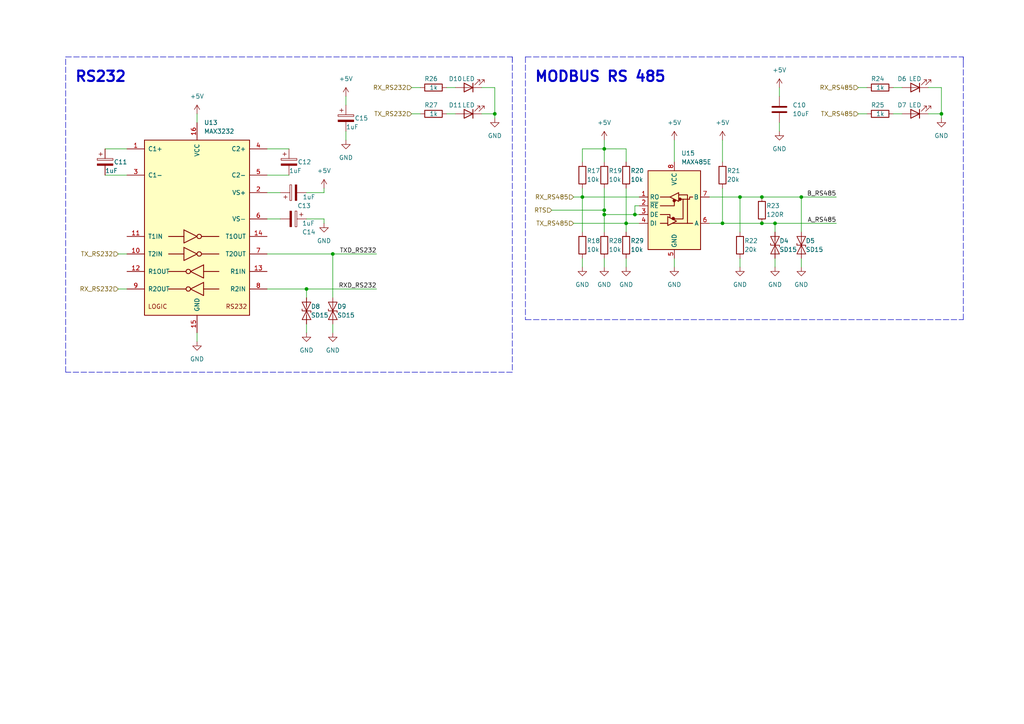
<source format=kicad_sch>
(kicad_sch (version 20211123) (generator eeschema)

  (uuid 0edf5c64-23c1-40a5-a4fe-f6ff8e20a114)

  (paper "A4")

  (title_block
    (title "PLC32")
    (date "2022-07-17")
    (rev "0")
    (company "VB Automação")
    (comment 1 "AUTOR: Gabriel Vicente")
  )

  (lib_symbols
    (symbol "Device:C" (pin_numbers hide) (pin_names (offset 0.254)) (in_bom yes) (on_board yes)
      (property "Reference" "C" (id 0) (at 0.635 2.54 0)
        (effects (font (size 1.27 1.27)) (justify left))
      )
      (property "Value" "C" (id 1) (at 0.635 -2.54 0)
        (effects (font (size 1.27 1.27)) (justify left))
      )
      (property "Footprint" "" (id 2) (at 0.9652 -3.81 0)
        (effects (font (size 1.27 1.27)) hide)
      )
      (property "Datasheet" "~" (id 3) (at 0 0 0)
        (effects (font (size 1.27 1.27)) hide)
      )
      (property "ki_keywords" "cap capacitor" (id 4) (at 0 0 0)
        (effects (font (size 1.27 1.27)) hide)
      )
      (property "ki_description" "Unpolarized capacitor" (id 5) (at 0 0 0)
        (effects (font (size 1.27 1.27)) hide)
      )
      (property "ki_fp_filters" "C_*" (id 6) (at 0 0 0)
        (effects (font (size 1.27 1.27)) hide)
      )
      (symbol "C_0_1"
        (polyline
          (pts
            (xy -2.032 -0.762)
            (xy 2.032 -0.762)
          )
          (stroke (width 0.508) (type default) (color 0 0 0 0))
          (fill (type none))
        )
        (polyline
          (pts
            (xy -2.032 0.762)
            (xy 2.032 0.762)
          )
          (stroke (width 0.508) (type default) (color 0 0 0 0))
          (fill (type none))
        )
      )
      (symbol "C_1_1"
        (pin passive line (at 0 3.81 270) (length 2.794)
          (name "~" (effects (font (size 1.27 1.27))))
          (number "1" (effects (font (size 1.27 1.27))))
        )
        (pin passive line (at 0 -3.81 90) (length 2.794)
          (name "~" (effects (font (size 1.27 1.27))))
          (number "2" (effects (font (size 1.27 1.27))))
        )
      )
    )
    (symbol "Device:C_Polarized" (pin_numbers hide) (pin_names (offset 0.254)) (in_bom yes) (on_board yes)
      (property "Reference" "C" (id 0) (at 0.635 2.54 0)
        (effects (font (size 1.27 1.27)) (justify left))
      )
      (property "Value" "C_Polarized" (id 1) (at 0.635 -2.54 0)
        (effects (font (size 1.27 1.27)) (justify left))
      )
      (property "Footprint" "" (id 2) (at 0.9652 -3.81 0)
        (effects (font (size 1.27 1.27)) hide)
      )
      (property "Datasheet" "~" (id 3) (at 0 0 0)
        (effects (font (size 1.27 1.27)) hide)
      )
      (property "ki_keywords" "cap capacitor" (id 4) (at 0 0 0)
        (effects (font (size 1.27 1.27)) hide)
      )
      (property "ki_description" "Polarized capacitor" (id 5) (at 0 0 0)
        (effects (font (size 1.27 1.27)) hide)
      )
      (property "ki_fp_filters" "CP_*" (id 6) (at 0 0 0)
        (effects (font (size 1.27 1.27)) hide)
      )
      (symbol "C_Polarized_0_1"
        (rectangle (start -2.286 0.508) (end 2.286 1.016)
          (stroke (width 0) (type default) (color 0 0 0 0))
          (fill (type none))
        )
        (polyline
          (pts
            (xy -1.778 2.286)
            (xy -0.762 2.286)
          )
          (stroke (width 0) (type default) (color 0 0 0 0))
          (fill (type none))
        )
        (polyline
          (pts
            (xy -1.27 2.794)
            (xy -1.27 1.778)
          )
          (stroke (width 0) (type default) (color 0 0 0 0))
          (fill (type none))
        )
        (rectangle (start 2.286 -0.508) (end -2.286 -1.016)
          (stroke (width 0) (type default) (color 0 0 0 0))
          (fill (type outline))
        )
      )
      (symbol "C_Polarized_1_1"
        (pin passive line (at 0 3.81 270) (length 2.794)
          (name "~" (effects (font (size 1.27 1.27))))
          (number "1" (effects (font (size 1.27 1.27))))
        )
        (pin passive line (at 0 -3.81 90) (length 2.794)
          (name "~" (effects (font (size 1.27 1.27))))
          (number "2" (effects (font (size 1.27 1.27))))
        )
      )
    )
    (symbol "Device:LED" (pin_numbers hide) (pin_names (offset 1.016) hide) (in_bom yes) (on_board yes)
      (property "Reference" "D" (id 0) (at 0 2.54 0)
        (effects (font (size 1.27 1.27)))
      )
      (property "Value" "LED" (id 1) (at 0 -2.54 0)
        (effects (font (size 1.27 1.27)))
      )
      (property "Footprint" "" (id 2) (at 0 0 0)
        (effects (font (size 1.27 1.27)) hide)
      )
      (property "Datasheet" "~" (id 3) (at 0 0 0)
        (effects (font (size 1.27 1.27)) hide)
      )
      (property "ki_keywords" "LED diode" (id 4) (at 0 0 0)
        (effects (font (size 1.27 1.27)) hide)
      )
      (property "ki_description" "Light emitting diode" (id 5) (at 0 0 0)
        (effects (font (size 1.27 1.27)) hide)
      )
      (property "ki_fp_filters" "LED* LED_SMD:* LED_THT:*" (id 6) (at 0 0 0)
        (effects (font (size 1.27 1.27)) hide)
      )
      (symbol "LED_0_1"
        (polyline
          (pts
            (xy -1.27 -1.27)
            (xy -1.27 1.27)
          )
          (stroke (width 0.254) (type default) (color 0 0 0 0))
          (fill (type none))
        )
        (polyline
          (pts
            (xy -1.27 0)
            (xy 1.27 0)
          )
          (stroke (width 0) (type default) (color 0 0 0 0))
          (fill (type none))
        )
        (polyline
          (pts
            (xy 1.27 -1.27)
            (xy 1.27 1.27)
            (xy -1.27 0)
            (xy 1.27 -1.27)
          )
          (stroke (width 0.254) (type default) (color 0 0 0 0))
          (fill (type none))
        )
        (polyline
          (pts
            (xy -3.048 -0.762)
            (xy -4.572 -2.286)
            (xy -3.81 -2.286)
            (xy -4.572 -2.286)
            (xy -4.572 -1.524)
          )
          (stroke (width 0) (type default) (color 0 0 0 0))
          (fill (type none))
        )
        (polyline
          (pts
            (xy -1.778 -0.762)
            (xy -3.302 -2.286)
            (xy -2.54 -2.286)
            (xy -3.302 -2.286)
            (xy -3.302 -1.524)
          )
          (stroke (width 0) (type default) (color 0 0 0 0))
          (fill (type none))
        )
      )
      (symbol "LED_1_1"
        (pin passive line (at -3.81 0 0) (length 2.54)
          (name "K" (effects (font (size 1.27 1.27))))
          (number "1" (effects (font (size 1.27 1.27))))
        )
        (pin passive line (at 3.81 0 180) (length 2.54)
          (name "A" (effects (font (size 1.27 1.27))))
          (number "2" (effects (font (size 1.27 1.27))))
        )
      )
    )
    (symbol "Device:R" (pin_numbers hide) (pin_names (offset 0)) (in_bom yes) (on_board yes)
      (property "Reference" "R" (id 0) (at 2.032 0 90)
        (effects (font (size 1.27 1.27)))
      )
      (property "Value" "R" (id 1) (at 0 0 90)
        (effects (font (size 1.27 1.27)))
      )
      (property "Footprint" "" (id 2) (at -1.778 0 90)
        (effects (font (size 1.27 1.27)) hide)
      )
      (property "Datasheet" "~" (id 3) (at 0 0 0)
        (effects (font (size 1.27 1.27)) hide)
      )
      (property "ki_keywords" "R res resistor" (id 4) (at 0 0 0)
        (effects (font (size 1.27 1.27)) hide)
      )
      (property "ki_description" "Resistor" (id 5) (at 0 0 0)
        (effects (font (size 1.27 1.27)) hide)
      )
      (property "ki_fp_filters" "R_*" (id 6) (at 0 0 0)
        (effects (font (size 1.27 1.27)) hide)
      )
      (symbol "R_0_1"
        (rectangle (start -1.016 -2.54) (end 1.016 2.54)
          (stroke (width 0.254) (type default) (color 0 0 0 0))
          (fill (type none))
        )
      )
      (symbol "R_1_1"
        (pin passive line (at 0 3.81 270) (length 1.27)
          (name "~" (effects (font (size 1.27 1.27))))
          (number "1" (effects (font (size 1.27 1.27))))
        )
        (pin passive line (at 0 -3.81 90) (length 1.27)
          (name "~" (effects (font (size 1.27 1.27))))
          (number "2" (effects (font (size 1.27 1.27))))
        )
      )
    )
    (symbol "Diode:SD15_SOD323" (pin_numbers hide) (pin_names (offset 1.016) hide) (in_bom yes) (on_board yes)
      (property "Reference" "D" (id 0) (at 0 2.54 0)
        (effects (font (size 1.27 1.27)))
      )
      (property "Value" "SD15_SOD323" (id 1) (at 0 -2.54 0)
        (effects (font (size 1.27 1.27)))
      )
      (property "Footprint" "Diode_SMD:D_SOD-323" (id 2) (at 0 -5.08 0)
        (effects (font (size 1.27 1.27)) hide)
      )
      (property "Datasheet" "https://www.littelfuse.com/~/media/electronics/datasheets/tvs_diode_arrays/littelfuse_tvs_diode_array_sd_c_datasheet.pdf.pdf" (id 3) (at 0 0 0)
        (effects (font (size 1.27 1.27)) hide)
      )
      (property "ki_keywords" "transient voltage suppressor thyrector transil" (id 4) (at 0 0 0)
        (effects (font (size 1.27 1.27)) hide)
      )
      (property "ki_description" "15V, 450W Discrete Bidirectional TVS Diode, SOD-323" (id 5) (at 0 0 0)
        (effects (font (size 1.27 1.27)) hide)
      )
      (property "ki_fp_filters" "D?SOD?323*" (id 6) (at 0 0 0)
        (effects (font (size 1.27 1.27)) hide)
      )
      (symbol "SD15_SOD323_0_1"
        (polyline
          (pts
            (xy 1.27 0)
            (xy -1.27 0)
          )
          (stroke (width 0) (type default) (color 0 0 0 0))
          (fill (type none))
        )
        (polyline
          (pts
            (xy -2.54 -1.27)
            (xy 0 0)
            (xy -2.54 1.27)
            (xy -2.54 -1.27)
          )
          (stroke (width 0.2032) (type default) (color 0 0 0 0))
          (fill (type none))
        )
        (polyline
          (pts
            (xy 0.508 1.27)
            (xy 0 1.27)
            (xy 0 -1.27)
            (xy -0.508 -1.27)
          )
          (stroke (width 0.2032) (type default) (color 0 0 0 0))
          (fill (type none))
        )
        (polyline
          (pts
            (xy 2.54 1.27)
            (xy 2.54 -1.27)
            (xy 0 0)
            (xy 2.54 1.27)
          )
          (stroke (width 0.2032) (type default) (color 0 0 0 0))
          (fill (type none))
        )
      )
      (symbol "SD15_SOD323_1_1"
        (pin passive line (at -3.81 0 0) (length 2.54)
          (name "A1" (effects (font (size 1.27 1.27))))
          (number "1" (effects (font (size 1.27 1.27))))
        )
        (pin passive line (at 3.81 0 180) (length 2.54)
          (name "A2" (effects (font (size 1.27 1.27))))
          (number "2" (effects (font (size 1.27 1.27))))
        )
      )
    )
    (symbol "Interface_UART:MAX3232" (pin_names (offset 1.016)) (in_bom yes) (on_board yes)
      (property "Reference" "U" (id 0) (at -2.54 28.575 0)
        (effects (font (size 1.27 1.27)) (justify right))
      )
      (property "Value" "MAX3232" (id 1) (at -2.54 26.67 0)
        (effects (font (size 1.27 1.27)) (justify right))
      )
      (property "Footprint" "" (id 2) (at 1.27 -26.67 0)
        (effects (font (size 1.27 1.27)) (justify left) hide)
      )
      (property "Datasheet" "https://datasheets.maximintegrated.com/en/ds/MAX3222-MAX3241.pdf" (id 3) (at 0 2.54 0)
        (effects (font (size 1.27 1.27)) hide)
      )
      (property "ki_keywords" "rs232 uart transceiver line-driver" (id 4) (at 0 0 0)
        (effects (font (size 1.27 1.27)) hide)
      )
      (property "ki_description" "3.0V to 5.5V, Low-Power, up to 1Mbps, True RS-232 Transceivers Using Four 0.1μF External Capacitors" (id 5) (at 0 0 0)
        (effects (font (size 1.27 1.27)) hide)
      )
      (property "ki_fp_filters" "SOIC*P1.27mm* DIP*W7.62mm* TSSOP*4.4x5mm*P0.65mm*" (id 6) (at 0 0 0)
        (effects (font (size 1.27 1.27)) hide)
      )
      (symbol "MAX3232_0_0"
        (text "LOGIC" (at -11.43 -22.86 0)
          (effects (font (size 1.27 1.27)))
        )
        (text "RS232" (at 11.43 -22.86 0)
          (effects (font (size 1.27 1.27)))
        )
      )
      (symbol "MAX3232_0_1"
        (rectangle (start -15.24 -25.4) (end 15.24 25.4)
          (stroke (width 0.254) (type default) (color 0 0 0 0))
          (fill (type background))
        )
        (circle (center -2.54 -17.78) (radius 0.635)
          (stroke (width 0.254) (type default) (color 0 0 0 0))
          (fill (type none))
        )
        (circle (center -2.54 -12.7) (radius 0.635)
          (stroke (width 0.254) (type default) (color 0 0 0 0))
          (fill (type none))
        )
        (polyline
          (pts
            (xy -3.81 -7.62)
            (xy -8.255 -7.62)
          )
          (stroke (width 0.254) (type default) (color 0 0 0 0))
          (fill (type none))
        )
        (polyline
          (pts
            (xy -3.81 -2.54)
            (xy -8.255 -2.54)
          )
          (stroke (width 0.254) (type default) (color 0 0 0 0))
          (fill (type none))
        )
        (polyline
          (pts
            (xy -3.175 -17.78)
            (xy -8.255 -17.78)
          )
          (stroke (width 0.254) (type default) (color 0 0 0 0))
          (fill (type none))
        )
        (polyline
          (pts
            (xy -3.175 -12.7)
            (xy -8.255 -12.7)
          )
          (stroke (width 0.254) (type default) (color 0 0 0 0))
          (fill (type none))
        )
        (polyline
          (pts
            (xy 1.27 -7.62)
            (xy 6.35 -7.62)
          )
          (stroke (width 0.254) (type default) (color 0 0 0 0))
          (fill (type none))
        )
        (polyline
          (pts
            (xy 1.27 -2.54)
            (xy 6.35 -2.54)
          )
          (stroke (width 0.254) (type default) (color 0 0 0 0))
          (fill (type none))
        )
        (polyline
          (pts
            (xy 1.905 -17.78)
            (xy 6.35 -17.78)
          )
          (stroke (width 0.254) (type default) (color 0 0 0 0))
          (fill (type none))
        )
        (polyline
          (pts
            (xy 1.905 -12.7)
            (xy 6.35 -12.7)
          )
          (stroke (width 0.254) (type default) (color 0 0 0 0))
          (fill (type none))
        )
        (polyline
          (pts
            (xy -3.81 -5.715)
            (xy -3.81 -9.525)
            (xy 0 -7.62)
            (xy -3.81 -5.715)
          )
          (stroke (width 0.254) (type default) (color 0 0 0 0))
          (fill (type none))
        )
        (polyline
          (pts
            (xy -3.81 -0.635)
            (xy -3.81 -4.445)
            (xy 0 -2.54)
            (xy -3.81 -0.635)
          )
          (stroke (width 0.254) (type default) (color 0 0 0 0))
          (fill (type none))
        )
        (polyline
          (pts
            (xy 1.905 -15.875)
            (xy 1.905 -19.685)
            (xy -1.905 -17.78)
            (xy 1.905 -15.875)
          )
          (stroke (width 0.254) (type default) (color 0 0 0 0))
          (fill (type none))
        )
        (polyline
          (pts
            (xy 1.905 -10.795)
            (xy 1.905 -14.605)
            (xy -1.905 -12.7)
            (xy 1.905 -10.795)
          )
          (stroke (width 0.254) (type default) (color 0 0 0 0))
          (fill (type none))
        )
        (circle (center 0.635 -7.62) (radius 0.635)
          (stroke (width 0.254) (type default) (color 0 0 0 0))
          (fill (type none))
        )
        (circle (center 0.635 -2.54) (radius 0.635)
          (stroke (width 0.254) (type default) (color 0 0 0 0))
          (fill (type none))
        )
      )
      (symbol "MAX3232_1_1"
        (pin passive line (at -20.32 22.86 0) (length 5.08)
          (name "C1+" (effects (font (size 1.27 1.27))))
          (number "1" (effects (font (size 1.27 1.27))))
        )
        (pin input line (at -20.32 -7.62 0) (length 5.08)
          (name "T2IN" (effects (font (size 1.27 1.27))))
          (number "10" (effects (font (size 1.27 1.27))))
        )
        (pin input line (at -20.32 -2.54 0) (length 5.08)
          (name "T1IN" (effects (font (size 1.27 1.27))))
          (number "11" (effects (font (size 1.27 1.27))))
        )
        (pin output line (at -20.32 -12.7 0) (length 5.08)
          (name "R1OUT" (effects (font (size 1.27 1.27))))
          (number "12" (effects (font (size 1.27 1.27))))
        )
        (pin input line (at 20.32 -12.7 180) (length 5.08)
          (name "R1IN" (effects (font (size 1.27 1.27))))
          (number "13" (effects (font (size 1.27 1.27))))
        )
        (pin output line (at 20.32 -2.54 180) (length 5.08)
          (name "T1OUT" (effects (font (size 1.27 1.27))))
          (number "14" (effects (font (size 1.27 1.27))))
        )
        (pin power_in line (at 0 -30.48 90) (length 5.08)
          (name "GND" (effects (font (size 1.27 1.27))))
          (number "15" (effects (font (size 1.27 1.27))))
        )
        (pin power_in line (at 0 30.48 270) (length 5.08)
          (name "VCC" (effects (font (size 1.27 1.27))))
          (number "16" (effects (font (size 1.27 1.27))))
        )
        (pin power_out line (at 20.32 10.16 180) (length 5.08)
          (name "VS+" (effects (font (size 1.27 1.27))))
          (number "2" (effects (font (size 1.27 1.27))))
        )
        (pin passive line (at -20.32 15.24 0) (length 5.08)
          (name "C1-" (effects (font (size 1.27 1.27))))
          (number "3" (effects (font (size 1.27 1.27))))
        )
        (pin passive line (at 20.32 22.86 180) (length 5.08)
          (name "C2+" (effects (font (size 1.27 1.27))))
          (number "4" (effects (font (size 1.27 1.27))))
        )
        (pin passive line (at 20.32 15.24 180) (length 5.08)
          (name "C2-" (effects (font (size 1.27 1.27))))
          (number "5" (effects (font (size 1.27 1.27))))
        )
        (pin power_out line (at 20.32 2.54 180) (length 5.08)
          (name "VS-" (effects (font (size 1.27 1.27))))
          (number "6" (effects (font (size 1.27 1.27))))
        )
        (pin output line (at 20.32 -7.62 180) (length 5.08)
          (name "T2OUT" (effects (font (size 1.27 1.27))))
          (number "7" (effects (font (size 1.27 1.27))))
        )
        (pin input line (at 20.32 -17.78 180) (length 5.08)
          (name "R2IN" (effects (font (size 1.27 1.27))))
          (number "8" (effects (font (size 1.27 1.27))))
        )
        (pin output line (at -20.32 -17.78 0) (length 5.08)
          (name "R2OUT" (effects (font (size 1.27 1.27))))
          (number "9" (effects (font (size 1.27 1.27))))
        )
      )
    )
    (symbol "Interface_UART:MAX485E" (in_bom yes) (on_board yes)
      (property "Reference" "U" (id 0) (at -6.096 11.43 0)
        (effects (font (size 1.27 1.27)))
      )
      (property "Value" "MAX485E" (id 1) (at 0.762 11.43 0)
        (effects (font (size 1.27 1.27)) (justify left))
      )
      (property "Footprint" "" (id 2) (at 0 -17.78 0)
        (effects (font (size 1.27 1.27)) hide)
      )
      (property "Datasheet" "https://datasheets.maximintegrated.com/en/ds/MAX1487E-MAX491E.pdf" (id 3) (at 0 1.27 0)
        (effects (font (size 1.27 1.27)) hide)
      )
      (property "ki_keywords" "Half duplex RS-485/RS-422, 2.5 Mbps, ±15kV electro-static discharge (ESD) protection, no slew-rate, no low-power shutdown, with receiver/driver enable, 32 receiver drive kapacitity, DIP-8 and SOIC-8" (id 4) (at 0 0 0)
        (effects (font (size 1.27 1.27)) hide)
      )
      (property "ki_description" "Half duplex RS-485/RS-422, 2.5 Mbps, ±15kV electro-static discharge (ESD) protection, no slew-rate, no low-power shutdown, with receiver/driver enable, 32 receiver drive kapacitity, DIP-8 and SOIC-8" (id 5) (at 0 0 0)
        (effects (font (size 1.27 1.27)) hide)
      )
      (property "ki_fp_filters" "DIP*W7.62mm* SOIC*3.9x4.9mm*P1.27mm*" (id 6) (at 0 0 0)
        (effects (font (size 1.27 1.27)) hide)
      )
      (symbol "MAX485E_0_1"
        (rectangle (start -7.62 10.16) (end 7.62 -12.7)
          (stroke (width 0.254) (type default) (color 0 0 0 0))
          (fill (type background))
        )
        (circle (center -0.3048 -3.683) (radius 0.3556)
          (stroke (width 0.254) (type default) (color 0 0 0 0))
          (fill (type outline))
        )
        (circle (center -0.0254 1.4986) (radius 0.3556)
          (stroke (width 0.254) (type default) (color 0 0 0 0))
          (fill (type outline))
        )
        (polyline
          (pts
            (xy -4.064 -5.08)
            (xy -1.905 -5.08)
          )
          (stroke (width 0.254) (type default) (color 0 0 0 0))
          (fill (type none))
        )
        (polyline
          (pts
            (xy -4.064 2.54)
            (xy -1.27 2.54)
          )
          (stroke (width 0.254) (type default) (color 0 0 0 0))
          (fill (type none))
        )
        (polyline
          (pts
            (xy -1.27 -3.2004)
            (xy -1.27 -3.4544)
          )
          (stroke (width 0.254) (type default) (color 0 0 0 0))
          (fill (type none))
        )
        (polyline
          (pts
            (xy -0.635 -5.08)
            (xy 5.334 -5.08)
          )
          (stroke (width 0.254) (type default) (color 0 0 0 0))
          (fill (type none))
        )
        (polyline
          (pts
            (xy -4.064 -2.54)
            (xy -1.27 -2.54)
            (xy -1.27 -3.175)
          )
          (stroke (width 0.254) (type default) (color 0 0 0 0))
          (fill (type none))
        )
        (polyline
          (pts
            (xy 0 1.27)
            (xy 0 0)
            (xy -4.064 0)
          )
          (stroke (width 0.254) (type default) (color 0 0 0 0))
          (fill (type none))
        )
        (polyline
          (pts
            (xy 1.27 3.175)
            (xy 3.81 3.175)
            (xy 3.81 -5.08)
          )
          (stroke (width 0.254) (type default) (color 0 0 0 0))
          (fill (type none))
        )
        (polyline
          (pts
            (xy 2.54 1.905)
            (xy 2.54 -3.81)
            (xy 0 -3.81)
          )
          (stroke (width 0.254) (type default) (color 0 0 0 0))
          (fill (type none))
        )
        (polyline
          (pts
            (xy -1.905 -3.175)
            (xy -1.905 -5.715)
            (xy 0.635 -4.445)
            (xy -1.905 -3.175)
          )
          (stroke (width 0.254) (type default) (color 0 0 0 0))
          (fill (type none))
        )
        (polyline
          (pts
            (xy -1.27 2.54)
            (xy 1.27 3.81)
            (xy 1.27 1.27)
            (xy -1.27 2.54)
          )
          (stroke (width 0.254) (type default) (color 0 0 0 0))
          (fill (type none))
        )
        (polyline
          (pts
            (xy 1.905 1.905)
            (xy 4.445 1.905)
            (xy 4.445 2.54)
            (xy 5.334 2.54)
          )
          (stroke (width 0.254) (type default) (color 0 0 0 0))
          (fill (type none))
        )
        (rectangle (start 1.27 3.175) (end 1.27 3.175)
          (stroke (width 0) (type default) (color 0 0 0 0))
          (fill (type none))
        )
        (circle (center 1.651 1.905) (radius 0.3556)
          (stroke (width 0.254) (type default) (color 0 0 0 0))
          (fill (type outline))
        )
      )
      (symbol "MAX485E_1_1"
        (pin output line (at -10.16 2.54 0) (length 2.54)
          (name "RO" (effects (font (size 1.27 1.27))))
          (number "1" (effects (font (size 1.27 1.27))))
        )
        (pin input line (at -10.16 0 0) (length 2.54)
          (name "~{RE}" (effects (font (size 1.27 1.27))))
          (number "2" (effects (font (size 1.27 1.27))))
        )
        (pin input line (at -10.16 -2.54 0) (length 2.54)
          (name "DE" (effects (font (size 1.27 1.27))))
          (number "3" (effects (font (size 1.27 1.27))))
        )
        (pin input line (at -10.16 -5.08 0) (length 2.54)
          (name "DI" (effects (font (size 1.27 1.27))))
          (number "4" (effects (font (size 1.27 1.27))))
        )
        (pin power_in line (at 0 -15.24 90) (length 2.54)
          (name "GND" (effects (font (size 1.27 1.27))))
          (number "5" (effects (font (size 1.27 1.27))))
        )
        (pin bidirectional line (at 10.16 -5.08 180) (length 2.54)
          (name "A" (effects (font (size 1.27 1.27))))
          (number "6" (effects (font (size 1.27 1.27))))
        )
        (pin bidirectional line (at 10.16 2.54 180) (length 2.54)
          (name "B" (effects (font (size 1.27 1.27))))
          (number "7" (effects (font (size 1.27 1.27))))
        )
        (pin power_in line (at 0 12.7 270) (length 2.54)
          (name "VCC" (effects (font (size 1.27 1.27))))
          (number "8" (effects (font (size 1.27 1.27))))
        )
      )
    )
    (symbol "power:+5V" (power) (pin_names (offset 0)) (in_bom yes) (on_board yes)
      (property "Reference" "#PWR" (id 0) (at 0 -3.81 0)
        (effects (font (size 1.27 1.27)) hide)
      )
      (property "Value" "+5V" (id 1) (at 0 3.556 0)
        (effects (font (size 1.27 1.27)))
      )
      (property "Footprint" "" (id 2) (at 0 0 0)
        (effects (font (size 1.27 1.27)) hide)
      )
      (property "Datasheet" "" (id 3) (at 0 0 0)
        (effects (font (size 1.27 1.27)) hide)
      )
      (property "ki_keywords" "power-flag" (id 4) (at 0 0 0)
        (effects (font (size 1.27 1.27)) hide)
      )
      (property "ki_description" "Power symbol creates a global label with name \"+5V\"" (id 5) (at 0 0 0)
        (effects (font (size 1.27 1.27)) hide)
      )
      (symbol "+5V_0_1"
        (polyline
          (pts
            (xy -0.762 1.27)
            (xy 0 2.54)
          )
          (stroke (width 0) (type default) (color 0 0 0 0))
          (fill (type none))
        )
        (polyline
          (pts
            (xy 0 0)
            (xy 0 2.54)
          )
          (stroke (width 0) (type default) (color 0 0 0 0))
          (fill (type none))
        )
        (polyline
          (pts
            (xy 0 2.54)
            (xy 0.762 1.27)
          )
          (stroke (width 0) (type default) (color 0 0 0 0))
          (fill (type none))
        )
      )
      (symbol "+5V_1_1"
        (pin power_in line (at 0 0 90) (length 0) hide
          (name "+5V" (effects (font (size 1.27 1.27))))
          (number "1" (effects (font (size 1.27 1.27))))
        )
      )
    )
    (symbol "power:GND" (power) (pin_names (offset 0)) (in_bom yes) (on_board yes)
      (property "Reference" "#PWR" (id 0) (at 0 -6.35 0)
        (effects (font (size 1.27 1.27)) hide)
      )
      (property "Value" "GND" (id 1) (at 0 -3.81 0)
        (effects (font (size 1.27 1.27)))
      )
      (property "Footprint" "" (id 2) (at 0 0 0)
        (effects (font (size 1.27 1.27)) hide)
      )
      (property "Datasheet" "" (id 3) (at 0 0 0)
        (effects (font (size 1.27 1.27)) hide)
      )
      (property "ki_keywords" "power-flag" (id 4) (at 0 0 0)
        (effects (font (size 1.27 1.27)) hide)
      )
      (property "ki_description" "Power symbol creates a global label with name \"GND\" , ground" (id 5) (at 0 0 0)
        (effects (font (size 1.27 1.27)) hide)
      )
      (symbol "GND_0_1"
        (polyline
          (pts
            (xy 0 0)
            (xy 0 -1.27)
            (xy 1.27 -1.27)
            (xy 0 -2.54)
            (xy -1.27 -1.27)
            (xy 0 -1.27)
          )
          (stroke (width 0) (type default) (color 0 0 0 0))
          (fill (type none))
        )
      )
      (symbol "GND_1_1"
        (pin power_in line (at 0 0 270) (length 0) hide
          (name "GND" (effects (font (size 1.27 1.27))))
          (number "1" (effects (font (size 1.27 1.27))))
        )
      )
    )
  )

  (junction (at 175.26 43.18) (diameter 0) (color 0 0 0 0)
    (uuid 03d25293-a4e1-4a55-b11b-ba59fa48a9d4)
  )
  (junction (at 175.26 62.23) (diameter 0) (color 0 0 0 0)
    (uuid 1b369727-bebd-414d-841f-384a4b0a7f12)
  )
  (junction (at 214.63 57.15) (diameter 0) (color 0 0 0 0)
    (uuid 2be6ff70-d9e4-4276-b220-922b7a7aa51f)
  )
  (junction (at 175.26 60.96) (diameter 0) (color 0 0 0 0)
    (uuid 2f4ea78f-c363-4b76-868c-c7fe61c073a8)
  )
  (junction (at 220.98 64.77) (diameter 0) (color 0 0 0 0)
    (uuid 410e2743-e2aa-4f4d-84b0-bab529e2d817)
  )
  (junction (at 168.91 57.15) (diameter 0) (color 0 0 0 0)
    (uuid 4c72cf2f-96f3-4188-8579-6e45514bbb2d)
  )
  (junction (at 220.98 57.15) (diameter 0) (color 0 0 0 0)
    (uuid 55b07b57-64b2-40f7-8662-123b6fadd5ac)
  )
  (junction (at 209.55 64.77) (diameter 0) (color 0 0 0 0)
    (uuid 687a2622-e594-4c62-874c-d03051d46eaf)
  )
  (junction (at 88.9 83.82) (diameter 0) (color 0 0 0 0)
    (uuid 71f267e3-2b3d-4f85-9dd4-029e80adb467)
  )
  (junction (at 96.52 73.66) (diameter 0) (color 0 0 0 0)
    (uuid 77d8f061-d707-47f5-a5cc-483c9c46bcf6)
  )
  (junction (at 143.51 33.02) (diameter 0) (color 0 0 0 0)
    (uuid 8464d877-b786-49a1-ae4b-745ec6ad4bc8)
  )
  (junction (at 184.15 62.23) (diameter 0) (color 0 0 0 0)
    (uuid b25de340-eff1-4f8a-bb45-62f32b818196)
  )
  (junction (at 232.41 57.15) (diameter 0) (color 0 0 0 0)
    (uuid b363623e-b7c8-42ad-85a2-b53499e0bc2f)
  )
  (junction (at 181.61 64.77) (diameter 0) (color 0 0 0 0)
    (uuid bbaaca6e-0144-4ea2-87c0-6173ae05a2b8)
  )
  (junction (at 224.79 64.77) (diameter 0) (color 0 0 0 0)
    (uuid deb69d45-7470-411d-9d04-b605d8f19596)
  )
  (junction (at 273.05 33.02) (diameter 0) (color 0 0 0 0)
    (uuid f4cd9319-8357-47cc-8123-76c7807a6ffe)
  )

  (wire (pts (xy 205.74 64.77) (xy 209.55 64.77))
    (stroke (width 0) (type default) (color 0 0 0 0))
    (uuid 01fde7be-45b5-41d9-a33b-1fdc23b44c85)
  )
  (wire (pts (xy 34.29 73.66) (xy 36.83 73.66))
    (stroke (width 0) (type default) (color 0 0 0 0))
    (uuid 057ac7c4-5a39-4171-bbe2-fdbf9c703b3b)
  )
  (wire (pts (xy 100.33 27.94) (xy 100.33 30.48))
    (stroke (width 0) (type default) (color 0 0 0 0))
    (uuid 067b690e-7d7f-4813-9eb4-340242ff927e)
  )
  (wire (pts (xy 166.37 57.15) (xy 168.91 57.15))
    (stroke (width 0) (type default) (color 0 0 0 0))
    (uuid 09148895-9691-4578-82f9-76d9dc237572)
  )
  (wire (pts (xy 93.98 64.77) (xy 93.98 63.5))
    (stroke (width 0) (type default) (color 0 0 0 0))
    (uuid 0d237c23-0831-4138-9160-49ad50f0ff14)
  )
  (wire (pts (xy 175.26 60.96) (xy 175.26 62.23))
    (stroke (width 0) (type default) (color 0 0 0 0))
    (uuid 0e19e158-f9dc-47ed-838a-49e92a4305fc)
  )
  (wire (pts (xy 184.15 59.69) (xy 184.15 62.23))
    (stroke (width 0) (type default) (color 0 0 0 0))
    (uuid 0f4dca0d-9d1e-491a-8962-a2fa45f66f6a)
  )
  (wire (pts (xy 226.06 35.56) (xy 226.06 38.1))
    (stroke (width 0) (type default) (color 0 0 0 0))
    (uuid 1374fd89-12be-42cb-ad63-e519963f6cdf)
  )
  (wire (pts (xy 168.91 43.18) (xy 175.26 43.18))
    (stroke (width 0) (type default) (color 0 0 0 0))
    (uuid 15059083-6c87-418a-a42f-e039b5785592)
  )
  (wire (pts (xy 269.24 25.4) (xy 273.05 25.4))
    (stroke (width 0) (type default) (color 0 0 0 0))
    (uuid 16479c66-d62c-4b9c-92f4-0aeecb73ef18)
  )
  (wire (pts (xy 175.26 40.64) (xy 175.26 43.18))
    (stroke (width 0) (type default) (color 0 0 0 0))
    (uuid 17952620-8b43-4c20-a003-44f0061ce372)
  )
  (wire (pts (xy 139.7 25.4) (xy 143.51 25.4))
    (stroke (width 0) (type default) (color 0 0 0 0))
    (uuid 191c9253-7195-41cf-99ea-91414a014e52)
  )
  (polyline (pts (xy 152.4 16.51) (xy 152.4 92.71))
    (stroke (width 0) (type default) (color 0 0 0 0))
    (uuid 1db783fc-44ef-4736-80c0-5a192ab095c9)
  )

  (wire (pts (xy 224.79 64.77) (xy 224.79 67.31))
    (stroke (width 0) (type default) (color 0 0 0 0))
    (uuid 1f5f1eee-fc30-4d28-95e7-850a8b227798)
  )
  (wire (pts (xy 93.98 63.5) (xy 88.9 63.5))
    (stroke (width 0) (type default) (color 0 0 0 0))
    (uuid 21242dd3-85ba-4b51-9698-774a05573991)
  )
  (wire (pts (xy 34.29 83.82) (xy 36.83 83.82))
    (stroke (width 0) (type default) (color 0 0 0 0))
    (uuid 23df9b53-95e3-461e-aa34-5a7bf83ade4e)
  )
  (wire (pts (xy 195.58 74.93) (xy 195.58 77.47))
    (stroke (width 0) (type default) (color 0 0 0 0))
    (uuid 27d1b90b-d7c9-4303-a43b-bf4c8a465d5d)
  )
  (wire (pts (xy 143.51 25.4) (xy 143.51 33.02))
    (stroke (width 0) (type default) (color 0 0 0 0))
    (uuid 2a31a662-8420-405b-9e75-f7d16bfd6eb1)
  )
  (polyline (pts (xy 279.4 16.51) (xy 279.4 17.78))
    (stroke (width 0) (type default) (color 0 0 0 0))
    (uuid 2e734836-9e87-4b64-a0f6-ea2e19a1af38)
  )

  (wire (pts (xy 224.79 64.77) (xy 242.57 64.77))
    (stroke (width 0) (type default) (color 0 0 0 0))
    (uuid 32006739-0f42-4627-99b9-e76d1f2747a5)
  )
  (wire (pts (xy 220.98 57.15) (xy 232.41 57.15))
    (stroke (width 0) (type default) (color 0 0 0 0))
    (uuid 34438b30-e67c-41b9-9d7a-d8fd8bed7052)
  )
  (wire (pts (xy 175.26 62.23) (xy 184.15 62.23))
    (stroke (width 0) (type default) (color 0 0 0 0))
    (uuid 36f178bb-73e8-4902-b11c-338cdf30b4c8)
  )
  (wire (pts (xy 195.58 40.64) (xy 195.58 46.99))
    (stroke (width 0) (type default) (color 0 0 0 0))
    (uuid 37a52a9c-114a-45a5-a01a-845eabd6332a)
  )
  (wire (pts (xy 77.47 55.88) (xy 81.28 55.88))
    (stroke (width 0) (type default) (color 0 0 0 0))
    (uuid 3956167e-cba9-4545-ba25-a81858e860bf)
  )
  (wire (pts (xy 77.47 63.5) (xy 81.28 63.5))
    (stroke (width 0) (type default) (color 0 0 0 0))
    (uuid 399ee4a4-fa93-4789-893a-606536a33292)
  )
  (wire (pts (xy 248.92 33.02) (xy 251.46 33.02))
    (stroke (width 0) (type default) (color 0 0 0 0))
    (uuid 4446bbed-bd99-4b08-98a0-7597a2a21aa2)
  )
  (wire (pts (xy 88.9 83.82) (xy 109.22 83.82))
    (stroke (width 0) (type default) (color 0 0 0 0))
    (uuid 475af741-173f-4f1e-bc34-b3f53b7af0a0)
  )
  (wire (pts (xy 185.42 59.69) (xy 184.15 59.69))
    (stroke (width 0) (type default) (color 0 0 0 0))
    (uuid 4b26152e-2a66-4a2c-947f-19601da95614)
  )
  (wire (pts (xy 166.37 64.77) (xy 181.61 64.77))
    (stroke (width 0) (type default) (color 0 0 0 0))
    (uuid 4b72f20f-64e5-4034-bcc3-97d80bd76d42)
  )
  (wire (pts (xy 181.61 64.77) (xy 181.61 67.31))
    (stroke (width 0) (type default) (color 0 0 0 0))
    (uuid 4bece2ac-a018-40c0-897c-9e6cd2161066)
  )
  (wire (pts (xy 175.26 54.61) (xy 175.26 60.96))
    (stroke (width 0) (type default) (color 0 0 0 0))
    (uuid 4e2ca5bf-e414-4d29-ad51-ea78a90f9deb)
  )
  (wire (pts (xy 209.55 64.77) (xy 220.98 64.77))
    (stroke (width 0) (type default) (color 0 0 0 0))
    (uuid 54a8538b-c291-476a-9182-415df114eb2c)
  )
  (wire (pts (xy 214.63 57.15) (xy 220.98 57.15))
    (stroke (width 0) (type default) (color 0 0 0 0))
    (uuid 57da11f1-360e-4b2d-a4ea-a81e5efe182d)
  )
  (wire (pts (xy 232.41 74.93) (xy 232.41 77.47))
    (stroke (width 0) (type default) (color 0 0 0 0))
    (uuid 58de334f-d6aa-497f-bc6f-0abf81c9448c)
  )
  (wire (pts (xy 168.91 57.15) (xy 185.42 57.15))
    (stroke (width 0) (type default) (color 0 0 0 0))
    (uuid 5b8991a4-1755-4459-b6f1-b978b164cb5a)
  )
  (wire (pts (xy 209.55 54.61) (xy 209.55 64.77))
    (stroke (width 0) (type default) (color 0 0 0 0))
    (uuid 614b3cb0-aa55-4d71-a4d4-5079784f487c)
  )
  (wire (pts (xy 93.98 55.88) (xy 88.9 55.88))
    (stroke (width 0) (type default) (color 0 0 0 0))
    (uuid 6233563a-660f-40a4-9bda-169d0900121d)
  )
  (wire (pts (xy 175.26 62.23) (xy 175.26 67.31))
    (stroke (width 0) (type default) (color 0 0 0 0))
    (uuid 62ea0cba-2633-4123-9aa7-7d15318e9bdb)
  )
  (wire (pts (xy 181.61 54.61) (xy 181.61 64.77))
    (stroke (width 0) (type default) (color 0 0 0 0))
    (uuid 685c5b7c-ea3c-41d6-ba48-f475b5bd24f7)
  )
  (wire (pts (xy 77.47 50.8) (xy 83.82 50.8))
    (stroke (width 0) (type default) (color 0 0 0 0))
    (uuid 69062e45-1bf5-4237-9c5f-ecd9b30c5564)
  )
  (wire (pts (xy 224.79 74.93) (xy 224.79 77.47))
    (stroke (width 0) (type default) (color 0 0 0 0))
    (uuid 6f36e9cb-ec73-43a7-bcb4-3dde519f0515)
  )
  (wire (pts (xy 96.52 73.66) (xy 109.22 73.66))
    (stroke (width 0) (type default) (color 0 0 0 0))
    (uuid 72319324-310e-4cde-8581-ee74608607f8)
  )
  (wire (pts (xy 259.08 33.02) (xy 261.62 33.02))
    (stroke (width 0) (type default) (color 0 0 0 0))
    (uuid 745eb636-b9a8-49d9-8286-60890bd6e099)
  )
  (wire (pts (xy 175.26 43.18) (xy 181.61 43.18))
    (stroke (width 0) (type default) (color 0 0 0 0))
    (uuid 7609860b-45b5-407b-b0df-270932f3fee1)
  )
  (wire (pts (xy 129.54 25.4) (xy 132.08 25.4))
    (stroke (width 0) (type default) (color 0 0 0 0))
    (uuid 76e79625-43d4-4bff-99d9-84e2a5e06320)
  )
  (wire (pts (xy 175.26 43.18) (xy 175.26 46.99))
    (stroke (width 0) (type default) (color 0 0 0 0))
    (uuid 771cff25-62a0-4e23-a782-709395c7db8d)
  )
  (wire (pts (xy 214.63 57.15) (xy 214.63 67.31))
    (stroke (width 0) (type default) (color 0 0 0 0))
    (uuid 7ac67007-1124-487e-9c3c-b11ded58cc58)
  )
  (wire (pts (xy 248.92 25.4) (xy 251.46 25.4))
    (stroke (width 0) (type default) (color 0 0 0 0))
    (uuid 802ae2fc-5255-40cd-8639-ec71ff45a207)
  )
  (polyline (pts (xy 152.4 16.51) (xy 279.4 16.51))
    (stroke (width 0) (type default) (color 0 0 0 0))
    (uuid 819b4a75-9d57-45ee-bb79-9cbb06e17575)
  )

  (wire (pts (xy 88.9 93.98) (xy 88.9 96.52))
    (stroke (width 0) (type default) (color 0 0 0 0))
    (uuid 87d0acd2-0a2c-419a-b2af-280b097f74e4)
  )
  (wire (pts (xy 30.48 50.8) (xy 36.83 50.8))
    (stroke (width 0) (type default) (color 0 0 0 0))
    (uuid 890e2683-2416-406c-9ea2-82f4f1b2813a)
  )
  (wire (pts (xy 273.05 25.4) (xy 273.05 33.02))
    (stroke (width 0) (type default) (color 0 0 0 0))
    (uuid 8e7fa588-a31e-4b12-9d0f-8134e931dd82)
  )
  (wire (pts (xy 181.61 43.18) (xy 181.61 46.99))
    (stroke (width 0) (type default) (color 0 0 0 0))
    (uuid 903072db-3807-4871-a718-fe6287d02cbc)
  )
  (wire (pts (xy 143.51 33.02) (xy 143.51 34.29))
    (stroke (width 0) (type default) (color 0 0 0 0))
    (uuid 907cf804-db6a-419a-96d5-75dfba2605fa)
  )
  (wire (pts (xy 226.06 25.4) (xy 226.06 27.94))
    (stroke (width 0) (type default) (color 0 0 0 0))
    (uuid 92b0a50f-4928-4e4d-ab4a-cb07ce4bbe22)
  )
  (wire (pts (xy 168.91 57.15) (xy 168.91 67.31))
    (stroke (width 0) (type default) (color 0 0 0 0))
    (uuid 9446f65e-91fc-494a-9e99-363f80be718c)
  )
  (wire (pts (xy 30.48 43.18) (xy 36.83 43.18))
    (stroke (width 0) (type default) (color 0 0 0 0))
    (uuid 94b9c8fc-fb14-44f3-a7fe-5cefde24a6f8)
  )
  (wire (pts (xy 181.61 64.77) (xy 185.42 64.77))
    (stroke (width 0) (type default) (color 0 0 0 0))
    (uuid 96267b4b-429b-4ea2-bc8e-92a80f3555fc)
  )
  (wire (pts (xy 57.15 33.02) (xy 57.15 35.56))
    (stroke (width 0) (type default) (color 0 0 0 0))
    (uuid 96607d80-3085-4ce6-8233-be975221576d)
  )
  (wire (pts (xy 232.41 57.15) (xy 242.57 57.15))
    (stroke (width 0) (type default) (color 0 0 0 0))
    (uuid 98327c9f-462a-4b1c-add3-716c84c1ea34)
  )
  (wire (pts (xy 220.98 64.77) (xy 224.79 64.77))
    (stroke (width 0) (type default) (color 0 0 0 0))
    (uuid 991fb8b0-ad62-4478-b6d3-235b3ef85d10)
  )
  (wire (pts (xy 129.54 33.02) (xy 132.08 33.02))
    (stroke (width 0) (type default) (color 0 0 0 0))
    (uuid 9e74d0cd-6389-44fc-9a66-7befac4e2f64)
  )
  (wire (pts (xy 93.98 54.61) (xy 93.98 55.88))
    (stroke (width 0) (type default) (color 0 0 0 0))
    (uuid 9eb705ed-0dd0-416e-9179-ca4c359336c2)
  )
  (wire (pts (xy 214.63 74.93) (xy 214.63 77.47))
    (stroke (width 0) (type default) (color 0 0 0 0))
    (uuid a0ea9420-1807-4f12-bfcc-4fca159ca147)
  )
  (polyline (pts (xy 148.59 107.95) (xy 19.05 107.95))
    (stroke (width 0) (type default) (color 0 0 0 0))
    (uuid a82b58ce-bedf-4e58-965d-8ab9d1a86930)
  )

  (wire (pts (xy 96.52 93.98) (xy 96.52 96.52))
    (stroke (width 0) (type default) (color 0 0 0 0))
    (uuid a95ee297-3758-4975-b5b7-81969de8af98)
  )
  (wire (pts (xy 181.61 74.93) (xy 181.61 77.47))
    (stroke (width 0) (type default) (color 0 0 0 0))
    (uuid ab45f7dd-0a40-4e38-864d-40d1f1cbfd47)
  )
  (polyline (pts (xy 152.4 92.71) (xy 279.4 92.71))
    (stroke (width 0) (type default) (color 0 0 0 0))
    (uuid aeface4e-9f11-4a0b-a59a-6ce50d9b7f64)
  )

  (wire (pts (xy 160.02 60.96) (xy 175.26 60.96))
    (stroke (width 0) (type default) (color 0 0 0 0))
    (uuid aefd929e-2b3a-42bf-939a-9dfaccf9d7b0)
  )
  (wire (pts (xy 119.38 25.4) (xy 121.92 25.4))
    (stroke (width 0) (type default) (color 0 0 0 0))
    (uuid b21e9640-add5-4a96-b11d-a2dc9345914c)
  )
  (wire (pts (xy 168.91 74.93) (xy 168.91 77.47))
    (stroke (width 0) (type default) (color 0 0 0 0))
    (uuid b3dc0bb8-a06a-4f16-8a0e-28a0d0e3c2cf)
  )
  (wire (pts (xy 100.33 38.1) (xy 100.33 40.64))
    (stroke (width 0) (type default) (color 0 0 0 0))
    (uuid b5098ede-4207-4696-9c23-561ca715ad02)
  )
  (wire (pts (xy 88.9 83.82) (xy 88.9 86.36))
    (stroke (width 0) (type default) (color 0 0 0 0))
    (uuid b718879b-bb6e-4a6f-ad5c-56c5e68e2866)
  )
  (wire (pts (xy 77.47 83.82) (xy 88.9 83.82))
    (stroke (width 0) (type default) (color 0 0 0 0))
    (uuid b90304af-df7c-4af6-a799-c07586c3f9d4)
  )
  (wire (pts (xy 77.47 73.66) (xy 96.52 73.66))
    (stroke (width 0) (type default) (color 0 0 0 0))
    (uuid b94e607c-6ba9-4f54-9e5f-0c251e9f8614)
  )
  (polyline (pts (xy 19.05 16.51) (xy 148.59 16.51))
    (stroke (width 0) (type default) (color 0 0 0 0))
    (uuid b9c6a371-aa15-44a7-b5c7-82c3012f5f52)
  )

  (wire (pts (xy 96.52 73.66) (xy 96.52 86.36))
    (stroke (width 0) (type default) (color 0 0 0 0))
    (uuid ba4b38ba-131f-4e01-bf73-f825b274074d)
  )
  (wire (pts (xy 168.91 54.61) (xy 168.91 57.15))
    (stroke (width 0) (type default) (color 0 0 0 0))
    (uuid c06841e9-5d50-4848-85f4-571bf590d4ad)
  )
  (polyline (pts (xy 279.4 92.71) (xy 279.4 16.51))
    (stroke (width 0) (type default) (color 0 0 0 0))
    (uuid c0ccdd55-7c10-4443-988a-55bab11bf40e)
  )

  (wire (pts (xy 209.55 40.64) (xy 209.55 46.99))
    (stroke (width 0) (type default) (color 0 0 0 0))
    (uuid c571dd38-87eb-44af-ac62-d31b083ff2b5)
  )
  (wire (pts (xy 232.41 67.31) (xy 232.41 57.15))
    (stroke (width 0) (type default) (color 0 0 0 0))
    (uuid c678c671-b94e-45e9-8042-0ea2e27fcada)
  )
  (wire (pts (xy 168.91 46.99) (xy 168.91 43.18))
    (stroke (width 0) (type default) (color 0 0 0 0))
    (uuid c873315f-d467-4bda-8d5f-a23388bb8d1c)
  )
  (wire (pts (xy 273.05 33.02) (xy 273.05 34.29))
    (stroke (width 0) (type default) (color 0 0 0 0))
    (uuid cb8437a1-09f4-4527-ab69-18f88ddba8f1)
  )
  (wire (pts (xy 57.15 96.52) (xy 57.15 99.06))
    (stroke (width 0) (type default) (color 0 0 0 0))
    (uuid cd8ff52f-6a0b-4986-b861-b0a12f2965a4)
  )
  (wire (pts (xy 175.26 74.93) (xy 175.26 77.47))
    (stroke (width 0) (type default) (color 0 0 0 0))
    (uuid d3a053f0-5277-413a-becb-7218798f8c7b)
  )
  (wire (pts (xy 259.08 25.4) (xy 261.62 25.4))
    (stroke (width 0) (type default) (color 0 0 0 0))
    (uuid d71a01ee-448e-4de2-b68b-47fb3035eac8)
  )
  (polyline (pts (xy 19.05 107.95) (xy 19.05 16.51))
    (stroke (width 0) (type default) (color 0 0 0 0))
    (uuid daaf1891-e644-4eb1-b6bd-fbfaf4e463a6)
  )
  (polyline (pts (xy 148.59 16.51) (xy 148.59 107.95))
    (stroke (width 0) (type default) (color 0 0 0 0))
    (uuid dd48d8cc-9076-4282-aa5d-c2fcdfddf738)
  )

  (wire (pts (xy 269.24 33.02) (xy 273.05 33.02))
    (stroke (width 0) (type default) (color 0 0 0 0))
    (uuid eab97031-9d78-4fa2-8bc0-09736abb9159)
  )
  (wire (pts (xy 77.47 43.18) (xy 83.82 43.18))
    (stroke (width 0) (type default) (color 0 0 0 0))
    (uuid ef656f09-261f-44f7-9f86-ceceb42739b3)
  )
  (polyline (pts (xy 148.59 16.51) (xy 148.59 17.78))
    (stroke (width 0) (type default) (color 0 0 0 0))
    (uuid f01ff330-b55e-4f83-9a30-b33056d90496)
  )

  (wire (pts (xy 119.38 33.02) (xy 121.92 33.02))
    (stroke (width 0) (type default) (color 0 0 0 0))
    (uuid f0979cb5-71d1-447b-8cfa-03b313ed0221)
  )
  (wire (pts (xy 139.7 33.02) (xy 143.51 33.02))
    (stroke (width 0) (type default) (color 0 0 0 0))
    (uuid f581aa6b-676a-4d16-8771-8da5b4948a37)
  )
  (wire (pts (xy 205.74 57.15) (xy 214.63 57.15))
    (stroke (width 0) (type default) (color 0 0 0 0))
    (uuid f6de1967-ff3e-4663-9bc2-f4e677f89722)
  )
  (wire (pts (xy 184.15 62.23) (xy 185.42 62.23))
    (stroke (width 0) (type default) (color 0 0 0 0))
    (uuid f72be430-d9a0-48fc-93f5-d61b7d999839)
  )

  (text "RS232\n" (at 21.59 24.13 0)
    (effects (font (size 3 3) (thickness 0.6) bold) (justify left bottom))
    (uuid 827791bb-6b38-4fb8-bafd-59a11209c60d)
  )
  (text "MODBUS RS 485\n" (at 154.94 24.13 0)
    (effects (font (size 3 3) (thickness 0.6) bold) (justify left bottom))
    (uuid a6a71bae-d398-4ddc-8c62-eeb9adc96de0)
  )

  (label "RXD_RS232" (at 109.22 83.82 180)
    (effects (font (size 1.27 1.27)) (justify right bottom))
    (uuid c371e5c2-bed3-446d-80e9-02a6c042c94e)
  )
  (label "B_RS485" (at 242.57 57.15 180)
    (effects (font (size 1.27 1.27)) (justify right bottom))
    (uuid e2523e25-1eab-45ad-8a9c-4c70b0b6e215)
  )
  (label "A_RS485" (at 242.57 64.77 180)
    (effects (font (size 1.27 1.27)) (justify right bottom))
    (uuid ec192937-1811-492c-bac9-96f800edb615)
  )
  (label "TXD_RS232" (at 109.22 73.66 180)
    (effects (font (size 1.27 1.27)) (justify right bottom))
    (uuid ef9a9ea6-cb25-43cd-8264-cdf906884879)
  )

  (hierarchical_label "RX_RS485" (shape input) (at 248.92 25.4 180)
    (effects (font (size 1.27 1.27)) (justify right))
    (uuid 0c6d0e35-3d18-4e1e-9d22-73633eb30163)
  )
  (hierarchical_label "TX_RS232" (shape input) (at 119.38 33.02 180)
    (effects (font (size 1.27 1.27)) (justify right))
    (uuid 2880b0fb-0393-4360-9b09-3e77a36e655b)
  )
  (hierarchical_label "TX_RS485" (shape input) (at 166.37 64.77 180)
    (effects (font (size 1.27 1.27)) (justify right))
    (uuid 2f73e1e4-69cc-44e1-8f0c-5f28a1bf5a14)
  )
  (hierarchical_label "RX_RS232" (shape input) (at 34.29 83.82 180)
    (effects (font (size 1.27 1.27)) (justify right))
    (uuid 6a33fa6a-718c-4152-a011-1e84bcc6d5ac)
  )
  (hierarchical_label "TX_RS232" (shape input) (at 34.29 73.66 180)
    (effects (font (size 1.27 1.27)) (justify right))
    (uuid a1dcc2b6-9c46-41ec-8c41-7d135fdf9ecc)
  )
  (hierarchical_label "TX_RS485" (shape input) (at 248.92 33.02 180)
    (effects (font (size 1.27 1.27)) (justify right))
    (uuid cfb5e7d4-3a6b-47d7-b6de-1ebe82b4b67a)
  )
  (hierarchical_label "RTS" (shape input) (at 160.02 60.96 180)
    (effects (font (size 1.27 1.27)) (justify right))
    (uuid d0a85c4e-b0d1-4c08-bb49-bd143463940b)
  )
  (hierarchical_label "RX_RS485" (shape input) (at 166.37 57.15 180)
    (effects (font (size 1.27 1.27)) (justify right))
    (uuid d3a6f6e5-4961-4439-8fc2-3ec7a00aa2d0)
  )
  (hierarchical_label "RX_RS232" (shape input) (at 119.38 25.4 180)
    (effects (font (size 1.27 1.27)) (justify right))
    (uuid deca56fa-34aa-4ab1-9398-437d1c296706)
  )

  (symbol (lib_id "Device:R") (at 125.73 25.4 270) (unit 1)
    (in_bom yes) (on_board yes)
    (uuid 0074b842-de31-43e5-9399-ba5c24b13fd5)
    (property "Reference" "R26" (id 0) (at 127 22.86 90)
      (effects (font (size 1.27 1.27)) (justify right))
    )
    (property "Value" "1k" (id 1) (at 127 25.4 90)
      (effects (font (size 1.27 1.27)) (justify right))
    )
    (property "Footprint" "Resistor_SMD:R_0805_2012Metric" (id 2) (at 125.73 23.622 90)
      (effects (font (size 1.27 1.27)) hide)
    )
    (property "Datasheet" "~" (id 3) (at 125.73 25.4 0)
      (effects (font (size 1.27 1.27)) hide)
    )
    (pin "1" (uuid 0a733915-ec8b-45ae-abd2-c6633b40c93e))
    (pin "2" (uuid 6f46441e-3892-4ed3-b2c9-aec15089f857))
  )

  (symbol (lib_id "power:GND") (at 214.63 77.47 0) (unit 1)
    (in_bom yes) (on_board yes) (fields_autoplaced)
    (uuid 02868aba-6112-41cd-acf1-e51c8fcbc6af)
    (property "Reference" "#PWR0142" (id 0) (at 214.63 83.82 0)
      (effects (font (size 1.27 1.27)) hide)
    )
    (property "Value" "GND" (id 1) (at 214.63 82.55 0))
    (property "Footprint" "" (id 2) (at 214.63 77.47 0)
      (effects (font (size 1.27 1.27)) hide)
    )
    (property "Datasheet" "" (id 3) (at 214.63 77.47 0)
      (effects (font (size 1.27 1.27)) hide)
    )
    (pin "1" (uuid 87ae0260-3879-486d-93b5-38df16ac6200))
  )

  (symbol (lib_id "power:GND") (at 181.61 77.47 0) (unit 1)
    (in_bom yes) (on_board yes) (fields_autoplaced)
    (uuid 0a54d2d8-a9b1-4896-bd28-16ee11d717f5)
    (property "Reference" "#PWR0159" (id 0) (at 181.61 83.82 0)
      (effects (font (size 1.27 1.27)) hide)
    )
    (property "Value" "GND" (id 1) (at 181.61 82.55 0))
    (property "Footprint" "" (id 2) (at 181.61 77.47 0)
      (effects (font (size 1.27 1.27)) hide)
    )
    (property "Datasheet" "" (id 3) (at 181.61 77.47 0)
      (effects (font (size 1.27 1.27)) hide)
    )
    (pin "1" (uuid 1b23895e-40e3-4d70-87c5-ef8effe838b0))
  )

  (symbol (lib_id "power:+5V") (at 57.15 33.02 0) (unit 1)
    (in_bom yes) (on_board yes) (fields_autoplaced)
    (uuid 0aa76590-4120-49a5-b87c-af6fa5d8a097)
    (property "Reference" "#PWR0158" (id 0) (at 57.15 36.83 0)
      (effects (font (size 1.27 1.27)) hide)
    )
    (property "Value" "+5V" (id 1) (at 57.15 27.94 0))
    (property "Footprint" "" (id 2) (at 57.15 33.02 0)
      (effects (font (size 1.27 1.27)) hide)
    )
    (property "Datasheet" "" (id 3) (at 57.15 33.02 0)
      (effects (font (size 1.27 1.27)) hide)
    )
    (pin "1" (uuid c6e42798-90a0-4c1a-a441-26450559a468))
  )

  (symbol (lib_id "Interface_UART:MAX3232") (at 57.15 66.04 0) (unit 1)
    (in_bom yes) (on_board yes) (fields_autoplaced)
    (uuid 0ecad4b2-3831-495f-ba64-88f071d07fe1)
    (property "Reference" "U13" (id 0) (at 59.1694 35.56 0)
      (effects (font (size 1.27 1.27)) (justify left))
    )
    (property "Value" "MAX3232" (id 1) (at 59.1694 38.1 0)
      (effects (font (size 1.27 1.27)) (justify left))
    )
    (property "Footprint" "Package_SO:SOIC-16_3.9x9.9mm_P1.27mm" (id 2) (at 58.42 92.71 0)
      (effects (font (size 1.27 1.27)) (justify left) hide)
    )
    (property "Datasheet" "https://datasheets.maximintegrated.com/en/ds/MAX3222-MAX3241.pdf" (id 3) (at 57.15 63.5 0)
      (effects (font (size 1.27 1.27)) hide)
    )
    (pin "1" (uuid 3aef293e-1861-4ec0-9bc4-205a1d145ba1))
    (pin "10" (uuid 6bb9135f-1742-4560-a06b-77cdcadeede2))
    (pin "11" (uuid b42f649e-544c-42b2-8d29-b639e2cf108d))
    (pin "12" (uuid 8bcb2ac0-60f2-4c4a-8706-ddbf2ad0834c))
    (pin "13" (uuid a6bfb382-f69a-4e4e-b1e4-b894c2b26e4f))
    (pin "14" (uuid caa7b755-6fbb-4c74-9f66-d52915b5d218))
    (pin "15" (uuid 7a747370-e3a7-4f53-b544-baf53034ae58))
    (pin "16" (uuid 98dc43e7-487c-4a31-8d5d-dd0b994c4a05))
    (pin "2" (uuid 37a78a76-419c-449d-afaa-2c969c9df484))
    (pin "3" (uuid af247ce9-4d45-4565-9f3d-f7c6954a6cff))
    (pin "4" (uuid 0db67b2c-d69f-4cb0-b8c0-b62dcea75ae3))
    (pin "5" (uuid 45e3d3f5-102f-471a-8e86-35b42033ba21))
    (pin "6" (uuid 2d4d8dcc-b9aa-41df-ac61-d227f3322fec))
    (pin "7" (uuid 77614c5d-7765-4bda-85e5-1479a457460d))
    (pin "8" (uuid 3e34e18f-5e05-4c6b-a639-a3ea793b0aed))
    (pin "9" (uuid aa0050db-2ec5-4513-9fca-cb860ed78b10))
  )

  (symbol (lib_id "Device:R") (at 168.91 50.8 180) (unit 1)
    (in_bom yes) (on_board yes)
    (uuid 10a16a57-fba7-4f28-941b-29d156f56c8a)
    (property "Reference" "R17" (id 0) (at 170.18 49.53 0)
      (effects (font (size 1.27 1.27)) (justify right))
    )
    (property "Value" "10k" (id 1) (at 170.18 52.07 0)
      (effects (font (size 1.27 1.27)) (justify right))
    )
    (property "Footprint" "Resistor_SMD:R_0805_2012Metric" (id 2) (at 170.688 50.8 90)
      (effects (font (size 1.27 1.27)) hide)
    )
    (property "Datasheet" "~" (id 3) (at 168.91 50.8 0)
      (effects (font (size 1.27 1.27)) hide)
    )
    (pin "1" (uuid 521a87ed-c18c-4c88-9faa-e27db3917569))
    (pin "2" (uuid 6f8548ee-a7ef-482e-a81e-4a944ebb2656))
  )

  (symbol (lib_id "power:GND") (at 226.06 38.1 0) (unit 1)
    (in_bom yes) (on_board yes) (fields_autoplaced)
    (uuid 1340e4f1-ba7a-4b50-a8db-8ea8c11844e6)
    (property "Reference" "#PWR0147" (id 0) (at 226.06 44.45 0)
      (effects (font (size 1.27 1.27)) hide)
    )
    (property "Value" "GND" (id 1) (at 226.06 43.18 0))
    (property "Footprint" "" (id 2) (at 226.06 38.1 0)
      (effects (font (size 1.27 1.27)) hide)
    )
    (property "Datasheet" "" (id 3) (at 226.06 38.1 0)
      (effects (font (size 1.27 1.27)) hide)
    )
    (pin "1" (uuid 53333085-a041-42f4-bedd-5db727417a5e))
  )

  (symbol (lib_id "Diode:SD15_SOD323") (at 224.79 71.12 90) (unit 1)
    (in_bom yes) (on_board yes)
    (uuid 13afbe1b-9ecb-4166-8852-81aecdf68008)
    (property "Reference" "D4" (id 0) (at 226.06 69.85 90)
      (effects (font (size 1.27 1.27)) (justify right))
    )
    (property "Value" "SD15" (id 1) (at 226.06 72.39 90)
      (effects (font (size 1.27 1.27)) (justify right))
    )
    (property "Footprint" "Diode_SMD:D_SOD-323" (id 2) (at 229.87 71.12 0)
      (effects (font (size 1.27 1.27)) hide)
    )
    (property "Datasheet" "https://www.littelfuse.com/~/media/electronics/datasheets/tvs_diode_arrays/littelfuse_tvs_diode_array_sd_c_datasheet.pdf.pdf" (id 3) (at 224.79 71.12 0)
      (effects (font (size 1.27 1.27)) hide)
    )
    (pin "1" (uuid 23dbb9e3-e779-40cc-b94b-57269f2084bb))
    (pin "2" (uuid 218e7857-4f10-4099-8a13-e25ff11a5732))
  )

  (symbol (lib_id "Device:C_Polarized") (at 30.48 46.99 0) (unit 1)
    (in_bom yes) (on_board yes)
    (uuid 3a07b6fa-4f23-4503-a802-052e4a336e26)
    (property "Reference" "C11" (id 0) (at 33.02 46.99 0)
      (effects (font (size 1.27 1.27)) (justify left))
    )
    (property "Value" "1uF" (id 1) (at 30.48 49.53 0)
      (effects (font (size 1.27 1.27)) (justify left))
    )
    (property "Footprint" "Capacitor_SMD:CP_Elec_3x5.3" (id 2) (at 31.4452 50.8 0)
      (effects (font (size 1.27 1.27)) hide)
    )
    (property "Datasheet" "~" (id 3) (at 30.48 46.99 0)
      (effects (font (size 1.27 1.27)) hide)
    )
    (pin "1" (uuid d54f116d-3d22-41cc-8f26-5d3c853eb5f6))
    (pin "2" (uuid d9cdf884-170c-4d6f-83d1-bc39f4dd98f6))
  )

  (symbol (lib_id "Device:LED") (at 135.89 25.4 180) (unit 1)
    (in_bom yes) (on_board yes)
    (uuid 47fb88f8-2e0b-4520-9527-1f5eb2fc8abb)
    (property "Reference" "D10" (id 0) (at 132.08 22.86 0))
    (property "Value" "LED" (id 1) (at 135.89 22.86 0))
    (property "Footprint" "LED_SMD:LED_0805_2012Metric_Pad1.15x1.40mm_HandSolder" (id 2) (at 135.89 25.4 0)
      (effects (font (size 1.27 1.27)) hide)
    )
    (property "Datasheet" "~" (id 3) (at 135.89 25.4 0)
      (effects (font (size 1.27 1.27)) hide)
    )
    (pin "1" (uuid 9ff1a8c1-ca41-452f-8027-095fff55f351))
    (pin "2" (uuid 373d0e20-e628-4bc4-b2f6-3981204d415f))
  )

  (symbol (lib_id "Device:R") (at 181.61 50.8 180) (unit 1)
    (in_bom yes) (on_board yes)
    (uuid 4dad0fe6-2e1d-4b78-8841-847ac15944f5)
    (property "Reference" "R20" (id 0) (at 182.88 49.53 0)
      (effects (font (size 1.27 1.27)) (justify right))
    )
    (property "Value" "10k" (id 1) (at 182.88 52.07 0)
      (effects (font (size 1.27 1.27)) (justify right))
    )
    (property "Footprint" "Resistor_SMD:R_0805_2012Metric" (id 2) (at 183.388 50.8 90)
      (effects (font (size 1.27 1.27)) hide)
    )
    (property "Datasheet" "~" (id 3) (at 181.61 50.8 0)
      (effects (font (size 1.27 1.27)) hide)
    )
    (pin "1" (uuid 9e69e3d9-7d16-4c50-a193-19ad5b79faad))
    (pin "2" (uuid 1bec8aeb-96fc-4e2f-8748-f773cdaf29b8))
  )

  (symbol (lib_id "Device:C_Polarized") (at 85.09 55.88 90) (unit 1)
    (in_bom yes) (on_board yes)
    (uuid 55e4426a-b2bd-4269-bff8-47e26533a8e0)
    (property "Reference" "C13" (id 0) (at 90.17 59.69 90)
      (effects (font (size 1.27 1.27)) (justify left))
    )
    (property "Value" "1uF" (id 1) (at 91.44 57.15 90)
      (effects (font (size 1.27 1.27)) (justify left))
    )
    (property "Footprint" "Capacitor_SMD:CP_Elec_3x5.3" (id 2) (at 88.9 54.9148 0)
      (effects (font (size 1.27 1.27)) hide)
    )
    (property "Datasheet" "~" (id 3) (at 85.09 55.88 0)
      (effects (font (size 1.27 1.27)) hide)
    )
    (pin "1" (uuid 3cc0e4b8-4ee9-4c33-aa97-d679986e8242))
    (pin "2" (uuid 59947e5a-8e6a-4052-b396-d1c4078f0499))
  )

  (symbol (lib_id "power:GND") (at 232.41 77.47 0) (unit 1)
    (in_bom yes) (on_board yes) (fields_autoplaced)
    (uuid 5724a11f-b766-49e9-9913-9d8ccb6adabd)
    (property "Reference" "#PWR0145" (id 0) (at 232.41 83.82 0)
      (effects (font (size 1.27 1.27)) hide)
    )
    (property "Value" "GND" (id 1) (at 232.41 82.55 0))
    (property "Footprint" "" (id 2) (at 232.41 77.47 0)
      (effects (font (size 1.27 1.27)) hide)
    )
    (property "Datasheet" "" (id 3) (at 232.41 77.47 0)
      (effects (font (size 1.27 1.27)) hide)
    )
    (pin "1" (uuid 023bbb59-20b3-4f01-ae53-f5c3de1a6571))
  )

  (symbol (lib_id "power:GND") (at 273.05 34.29 0) (unit 1)
    (in_bom yes) (on_board yes) (fields_autoplaced)
    (uuid 5747d5a2-7f17-4c4c-88ce-7175181a7ff8)
    (property "Reference" "#PWR0148" (id 0) (at 273.05 40.64 0)
      (effects (font (size 1.27 1.27)) hide)
    )
    (property "Value" "GND" (id 1) (at 273.05 39.37 0))
    (property "Footprint" "" (id 2) (at 273.05 34.29 0)
      (effects (font (size 1.27 1.27)) hide)
    )
    (property "Datasheet" "" (id 3) (at 273.05 34.29 0)
      (effects (font (size 1.27 1.27)) hide)
    )
    (pin "1" (uuid 7527d4ea-83b4-4e13-8c50-de304609acf4))
  )

  (symbol (lib_id "Device:C_Polarized") (at 85.09 63.5 270) (unit 1)
    (in_bom yes) (on_board yes)
    (uuid 6e9cea26-a111-4b39-9552-7f26b85696e7)
    (property "Reference" "C14" (id 0) (at 87.63 67.31 90)
      (effects (font (size 1.27 1.27)) (justify left))
    )
    (property "Value" "1uF" (id 1) (at 87.63 64.77 90)
      (effects (font (size 1.27 1.27)) (justify left))
    )
    (property "Footprint" "Capacitor_SMD:CP_Elec_3x5.3" (id 2) (at 81.28 64.4652 0)
      (effects (font (size 1.27 1.27)) hide)
    )
    (property "Datasheet" "~" (id 3) (at 85.09 63.5 0)
      (effects (font (size 1.27 1.27)) hide)
    )
    (pin "1" (uuid 27afe565-cad7-4daf-a0ec-926d0c5fe70d))
    (pin "2" (uuid 7feb028c-aa6a-4a92-9ae3-e2bac78dfd06))
  )

  (symbol (lib_id "power:GND") (at 143.51 34.29 0) (unit 1)
    (in_bom yes) (on_board yes) (fields_autoplaced)
    (uuid 6eec6d8f-2ec9-4ce2-8cb0-a40ddf1ee001)
    (property "Reference" "#PWR0149" (id 0) (at 143.51 40.64 0)
      (effects (font (size 1.27 1.27)) hide)
    )
    (property "Value" "GND" (id 1) (at 143.51 39.37 0))
    (property "Footprint" "" (id 2) (at 143.51 34.29 0)
      (effects (font (size 1.27 1.27)) hide)
    )
    (property "Datasheet" "" (id 3) (at 143.51 34.29 0)
      (effects (font (size 1.27 1.27)) hide)
    )
    (pin "1" (uuid f7791c89-0517-40bc-b6e3-00c0e7fb368e))
  )

  (symbol (lib_id "Device:R") (at 125.73 33.02 270) (unit 1)
    (in_bom yes) (on_board yes)
    (uuid 7009aad1-dcda-46d0-846e-9248707058a0)
    (property "Reference" "R27" (id 0) (at 127 30.48 90)
      (effects (font (size 1.27 1.27)) (justify right))
    )
    (property "Value" "1k" (id 1) (at 127 33.02 90)
      (effects (font (size 1.27 1.27)) (justify right))
    )
    (property "Footprint" "Resistor_SMD:R_0805_2012Metric" (id 2) (at 125.73 31.242 90)
      (effects (font (size 1.27 1.27)) hide)
    )
    (property "Datasheet" "~" (id 3) (at 125.73 33.02 0)
      (effects (font (size 1.27 1.27)) hide)
    )
    (pin "1" (uuid e0f18330-7e06-4e95-a6b4-3357fade5cc4))
    (pin "2" (uuid 2a797772-ec49-43ff-ad69-35ac56e69b74))
  )

  (symbol (lib_id "Device:R") (at 181.61 71.12 180) (unit 1)
    (in_bom yes) (on_board yes)
    (uuid 7b32245f-3460-47c2-9f42-363d46a85f24)
    (property "Reference" "R29" (id 0) (at 182.88 69.85 0)
      (effects (font (size 1.27 1.27)) (justify right))
    )
    (property "Value" "10k" (id 1) (at 182.88 72.39 0)
      (effects (font (size 1.27 1.27)) (justify right))
    )
    (property "Footprint" "Resistor_SMD:R_0805_2012Metric" (id 2) (at 183.388 71.12 90)
      (effects (font (size 1.27 1.27)) hide)
    )
    (property "Datasheet" "~" (id 3) (at 181.61 71.12 0)
      (effects (font (size 1.27 1.27)) hide)
    )
    (pin "1" (uuid b95cee66-6299-416d-9096-1873242a0755))
    (pin "2" (uuid 51cdfee8-23ac-42ec-b63a-21ebd0ab9ea5))
  )

  (symbol (lib_id "power:GND") (at 100.33 40.64 0) (unit 1)
    (in_bom yes) (on_board yes) (fields_autoplaced)
    (uuid 7d5a9100-a538-413b-8f8a-7245543eda28)
    (property "Reference" "#PWR0156" (id 0) (at 100.33 46.99 0)
      (effects (font (size 1.27 1.27)) hide)
    )
    (property "Value" "GND" (id 1) (at 100.33 45.72 0))
    (property "Footprint" "" (id 2) (at 100.33 40.64 0)
      (effects (font (size 1.27 1.27)) hide)
    )
    (property "Datasheet" "" (id 3) (at 100.33 40.64 0)
      (effects (font (size 1.27 1.27)) hide)
    )
    (pin "1" (uuid b7dd61b4-5a02-4325-a76e-cbda6d660acd))
  )

  (symbol (lib_id "Device:R") (at 175.26 50.8 180) (unit 1)
    (in_bom yes) (on_board yes)
    (uuid 80327192-ddba-4e5b-aaed-57f8991cdbdf)
    (property "Reference" "R19" (id 0) (at 176.53 49.53 0)
      (effects (font (size 1.27 1.27)) (justify right))
    )
    (property "Value" "10k" (id 1) (at 176.53 52.07 0)
      (effects (font (size 1.27 1.27)) (justify right))
    )
    (property "Footprint" "Resistor_SMD:R_0805_2012Metric" (id 2) (at 177.038 50.8 90)
      (effects (font (size 1.27 1.27)) hide)
    )
    (property "Datasheet" "~" (id 3) (at 175.26 50.8 0)
      (effects (font (size 1.27 1.27)) hide)
    )
    (pin "1" (uuid 2fd34202-6e49-4cd5-af3e-8842e81e74c4))
    (pin "2" (uuid 57fed2c4-a561-45e8-a210-57eed1d166e2))
  )

  (symbol (lib_id "Device:R") (at 168.91 71.12 180) (unit 1)
    (in_bom yes) (on_board yes)
    (uuid 8804828d-c20c-4708-be7f-506eee834c9f)
    (property "Reference" "R18" (id 0) (at 170.18 69.85 0)
      (effects (font (size 1.27 1.27)) (justify right))
    )
    (property "Value" "10k" (id 1) (at 170.18 72.39 0)
      (effects (font (size 1.27 1.27)) (justify right))
    )
    (property "Footprint" "Resistor_SMD:R_0805_2012Metric" (id 2) (at 170.688 71.12 90)
      (effects (font (size 1.27 1.27)) hide)
    )
    (property "Datasheet" "~" (id 3) (at 168.91 71.12 0)
      (effects (font (size 1.27 1.27)) hide)
    )
    (pin "1" (uuid e1a37552-969c-4fb7-8406-0c3a19175964))
    (pin "2" (uuid ad58ed2a-803b-464a-aaab-aa616b884c74))
  )

  (symbol (lib_id "power:GND") (at 195.58 77.47 0) (unit 1)
    (in_bom yes) (on_board yes) (fields_autoplaced)
    (uuid 8a43a604-39ac-4759-b40f-2d5c0b0dbafd)
    (property "Reference" "#PWR0143" (id 0) (at 195.58 83.82 0)
      (effects (font (size 1.27 1.27)) hide)
    )
    (property "Value" "GND" (id 1) (at 195.58 82.55 0))
    (property "Footprint" "" (id 2) (at 195.58 77.47 0)
      (effects (font (size 1.27 1.27)) hide)
    )
    (property "Datasheet" "" (id 3) (at 195.58 77.47 0)
      (effects (font (size 1.27 1.27)) hide)
    )
    (pin "1" (uuid ceb8873d-0be8-4297-8523-49fc4a7cc13b))
  )

  (symbol (lib_id "Device:R") (at 175.26 71.12 180) (unit 1)
    (in_bom yes) (on_board yes)
    (uuid 8a53c5ca-9c39-4b0c-9421-f8ffa8900937)
    (property "Reference" "R28" (id 0) (at 176.53 69.85 0)
      (effects (font (size 1.27 1.27)) (justify right))
    )
    (property "Value" "10k" (id 1) (at 176.53 72.39 0)
      (effects (font (size 1.27 1.27)) (justify right))
    )
    (property "Footprint" "Resistor_SMD:R_0805_2012Metric" (id 2) (at 177.038 71.12 90)
      (effects (font (size 1.27 1.27)) hide)
    )
    (property "Datasheet" "~" (id 3) (at 175.26 71.12 0)
      (effects (font (size 1.27 1.27)) hide)
    )
    (pin "1" (uuid 1d064ce1-331f-4410-99f2-0032b7338d9f))
    (pin "2" (uuid ab001ede-d235-4648-a7f0-8be06f8e0393))
  )

  (symbol (lib_id "Device:C_Polarized") (at 100.33 34.29 0) (unit 1)
    (in_bom yes) (on_board yes)
    (uuid 8bb779c1-cb79-4e44-95e4-d4ca4b342f30)
    (property "Reference" "C15" (id 0) (at 102.87 34.29 0)
      (effects (font (size 1.27 1.27)) (justify left))
    )
    (property "Value" "1uF" (id 1) (at 100.33 36.83 0)
      (effects (font (size 1.27 1.27)) (justify left))
    )
    (property "Footprint" "Capacitor_SMD:CP_Elec_3x5.3" (id 2) (at 101.2952 38.1 0)
      (effects (font (size 1.27 1.27)) hide)
    )
    (property "Datasheet" "~" (id 3) (at 100.33 34.29 0)
      (effects (font (size 1.27 1.27)) hide)
    )
    (pin "1" (uuid 8d54efbc-7fbb-4b78-864f-18d3e0274246))
    (pin "2" (uuid 3eab8cb5-929f-4c38-822e-7901f32d687c))
  )

  (symbol (lib_id "power:GND") (at 93.98 64.77 0) (unit 1)
    (in_bom yes) (on_board yes) (fields_autoplaced)
    (uuid 8ebf9d1c-7d85-4fe8-bc32-e5d5b4232dfb)
    (property "Reference" "#PWR0151" (id 0) (at 93.98 71.12 0)
      (effects (font (size 1.27 1.27)) hide)
    )
    (property "Value" "GND" (id 1) (at 93.98 69.85 0))
    (property "Footprint" "" (id 2) (at 93.98 64.77 0)
      (effects (font (size 1.27 1.27)) hide)
    )
    (property "Datasheet" "" (id 3) (at 93.98 64.77 0)
      (effects (font (size 1.27 1.27)) hide)
    )
    (pin "1" (uuid 0d9e1984-3680-4abb-bc0d-0a81e0109a90))
  )

  (symbol (lib_id "power:+5V") (at 93.98 54.61 0) (unit 1)
    (in_bom yes) (on_board yes) (fields_autoplaced)
    (uuid 9add8c5d-dd2b-4c0e-b9b5-4563719c7562)
    (property "Reference" "#PWR0152" (id 0) (at 93.98 58.42 0)
      (effects (font (size 1.27 1.27)) hide)
    )
    (property "Value" "+5V" (id 1) (at 93.98 49.53 0))
    (property "Footprint" "" (id 2) (at 93.98 54.61 0)
      (effects (font (size 1.27 1.27)) hide)
    )
    (property "Datasheet" "" (id 3) (at 93.98 54.61 0)
      (effects (font (size 1.27 1.27)) hide)
    )
    (pin "1" (uuid a6fda0c6-348e-47b1-8a7b-f9986952e0d8))
  )

  (symbol (lib_id "Device:R") (at 255.27 33.02 270) (unit 1)
    (in_bom yes) (on_board yes)
    (uuid 9f0ae01d-3433-45bd-b425-acc99854a6bf)
    (property "Reference" "R25" (id 0) (at 256.54 30.48 90)
      (effects (font (size 1.27 1.27)) (justify right))
    )
    (property "Value" "1k" (id 1) (at 256.54 33.02 90)
      (effects (font (size 1.27 1.27)) (justify right))
    )
    (property "Footprint" "Resistor_SMD:R_0805_2012Metric" (id 2) (at 255.27 31.242 90)
      (effects (font (size 1.27 1.27)) hide)
    )
    (property "Datasheet" "~" (id 3) (at 255.27 33.02 0)
      (effects (font (size 1.27 1.27)) hide)
    )
    (pin "1" (uuid 0ddaab8b-9e0b-4fbb-a5c8-28cb7c815bdb))
    (pin "2" (uuid 4d1eb0f1-91d0-44a1-8a89-c9ec646286b1))
  )

  (symbol (lib_id "power:GND") (at 96.52 96.52 0) (unit 1)
    (in_bom yes) (on_board yes) (fields_autoplaced)
    (uuid a00163f5-a876-4e0b-bb52-366d84737252)
    (property "Reference" "#PWR0150" (id 0) (at 96.52 102.87 0)
      (effects (font (size 1.27 1.27)) hide)
    )
    (property "Value" "GND" (id 1) (at 96.52 101.6 0))
    (property "Footprint" "" (id 2) (at 96.52 96.52 0)
      (effects (font (size 1.27 1.27)) hide)
    )
    (property "Datasheet" "" (id 3) (at 96.52 96.52 0)
      (effects (font (size 1.27 1.27)) hide)
    )
    (pin "1" (uuid 57a4b52a-3282-4b8b-97fe-14732ced0b76))
  )

  (symbol (lib_id "Device:C_Polarized") (at 83.82 46.99 0) (unit 1)
    (in_bom yes) (on_board yes)
    (uuid a5119ce7-a861-4ba1-a1d7-e47e34235333)
    (property "Reference" "C12" (id 0) (at 86.36 46.99 0)
      (effects (font (size 1.27 1.27)) (justify left))
    )
    (property "Value" "1uF" (id 1) (at 83.82 49.53 0)
      (effects (font (size 1.27 1.27)) (justify left))
    )
    (property "Footprint" "Capacitor_SMD:CP_Elec_3x5.3" (id 2) (at 84.7852 50.8 0)
      (effects (font (size 1.27 1.27)) hide)
    )
    (property "Datasheet" "~" (id 3) (at 83.82 46.99 0)
      (effects (font (size 1.27 1.27)) hide)
    )
    (pin "1" (uuid 2893b02e-4014-440b-a0f1-9afaca6d2566))
    (pin "2" (uuid 424899b3-667a-4a7d-962c-d203d966a4dd))
  )

  (symbol (lib_id "Diode:SD15_SOD323") (at 96.52 90.17 90) (unit 1)
    (in_bom yes) (on_board yes)
    (uuid aba00350-f4d2-46a0-a300-603a393fd83c)
    (property "Reference" "D9" (id 0) (at 97.79 88.9 90)
      (effects (font (size 1.27 1.27)) (justify right))
    )
    (property "Value" "SD15" (id 1) (at 97.79 91.44 90)
      (effects (font (size 1.27 1.27)) (justify right))
    )
    (property "Footprint" "Diode_SMD:D_SOD-323" (id 2) (at 101.6 90.17 0)
      (effects (font (size 1.27 1.27)) hide)
    )
    (property "Datasheet" "https://www.littelfuse.com/~/media/electronics/datasheets/tvs_diode_arrays/littelfuse_tvs_diode_array_sd_c_datasheet.pdf.pdf" (id 3) (at 96.52 90.17 0)
      (effects (font (size 1.27 1.27)) hide)
    )
    (pin "1" (uuid 090e18be-5e6f-4622-8a68-0c522ff81640))
    (pin "2" (uuid 89e1f3c0-0b9e-453d-9710-c8ac51512352))
  )

  (symbol (lib_id "Interface_UART:MAX485E") (at 195.58 59.69 0) (unit 1)
    (in_bom yes) (on_board yes) (fields_autoplaced)
    (uuid ac02f7c2-58dc-4973-94d7-245a7bb88432)
    (property "Reference" "U15" (id 0) (at 197.5994 44.45 0)
      (effects (font (size 1.27 1.27)) (justify left))
    )
    (property "Value" "MAX485E" (id 1) (at 197.5994 46.99 0)
      (effects (font (size 1.27 1.27)) (justify left))
    )
    (property "Footprint" "Package_SO:SO-8_3.9x4.9mm_P1.27mm" (id 2) (at 195.58 77.47 0)
      (effects (font (size 1.27 1.27)) hide)
    )
    (property "Datasheet" "https://datasheets.maximintegrated.com/en/ds/MAX1487E-MAX491E.pdf" (id 3) (at 195.58 58.42 0)
      (effects (font (size 1.27 1.27)) hide)
    )
    (pin "1" (uuid 8dcd9c9e-a63c-49b8-9ffb-1d9f0ae0a586))
    (pin "2" (uuid 57ac315a-5565-46fc-a817-c760ad53b66b))
    (pin "3" (uuid 938f32bf-c589-469f-ae29-892962f27e35))
    (pin "4" (uuid 5269dd6e-3375-4918-9ca4-24a0785951a7))
    (pin "5" (uuid 64f2ebf7-fbac-4878-b9e0-66cc4273358d))
    (pin "6" (uuid 23a694be-24cd-4818-a054-74dc33e59190))
    (pin "7" (uuid b6a7cdad-baa2-4b72-8ff4-a00d0bfa7d6c))
    (pin "8" (uuid 3c0003ad-a5c9-45bf-9144-b7c98ea84450))
  )

  (symbol (lib_id "Diode:SD15_SOD323") (at 88.9 90.17 90) (unit 1)
    (in_bom yes) (on_board yes)
    (uuid af73b773-8c61-4d42-91e4-eaddf3678ade)
    (property "Reference" "D8" (id 0) (at 90.17 88.9 90)
      (effects (font (size 1.27 1.27)) (justify right))
    )
    (property "Value" "SD15" (id 1) (at 90.17 91.44 90)
      (effects (font (size 1.27 1.27)) (justify right))
    )
    (property "Footprint" "Diode_SMD:D_SOD-323" (id 2) (at 93.98 90.17 0)
      (effects (font (size 1.27 1.27)) hide)
    )
    (property "Datasheet" "https://www.littelfuse.com/~/media/electronics/datasheets/tvs_diode_arrays/littelfuse_tvs_diode_array_sd_c_datasheet.pdf.pdf" (id 3) (at 88.9 90.17 0)
      (effects (font (size 1.27 1.27)) hide)
    )
    (pin "1" (uuid 3861a763-cea4-48b6-ae47-69354741bb6a))
    (pin "2" (uuid 3902e71b-1ea7-407f-938c-5f9337b9da45))
  )

  (symbol (lib_id "power:GND") (at 168.91 77.47 0) (unit 1)
    (in_bom yes) (on_board yes) (fields_autoplaced)
    (uuid b09defb9-2959-459f-ae1f-b84aa4d909d4)
    (property "Reference" "#PWR0135" (id 0) (at 168.91 83.82 0)
      (effects (font (size 1.27 1.27)) hide)
    )
    (property "Value" "GND" (id 1) (at 168.91 82.55 0))
    (property "Footprint" "" (id 2) (at 168.91 77.47 0)
      (effects (font (size 1.27 1.27)) hide)
    )
    (property "Datasheet" "" (id 3) (at 168.91 77.47 0)
      (effects (font (size 1.27 1.27)) hide)
    )
    (pin "1" (uuid 4f401f16-6e4a-4766-a948-1f5c36e48022))
  )

  (symbol (lib_id "power:GND") (at 175.26 77.47 0) (unit 1)
    (in_bom yes) (on_board yes) (fields_autoplaced)
    (uuid c0a377f7-7b8f-4213-a13c-b563ca0a01b5)
    (property "Reference" "#PWR0161" (id 0) (at 175.26 83.82 0)
      (effects (font (size 1.27 1.27)) hide)
    )
    (property "Value" "GND" (id 1) (at 175.26 82.55 0))
    (property "Footprint" "" (id 2) (at 175.26 77.47 0)
      (effects (font (size 1.27 1.27)) hide)
    )
    (property "Datasheet" "" (id 3) (at 175.26 77.47 0)
      (effects (font (size 1.27 1.27)) hide)
    )
    (pin "1" (uuid 4358400b-340e-4d6a-b49d-ebe24e23b909))
  )

  (symbol (lib_id "Device:LED") (at 135.89 33.02 180) (unit 1)
    (in_bom yes) (on_board yes)
    (uuid c14b10bf-e999-4ad8-830c-1448c337989d)
    (property "Reference" "D11" (id 0) (at 132.08 30.48 0))
    (property "Value" "LED" (id 1) (at 135.89 30.48 0))
    (property "Footprint" "LED_SMD:LED_0805_2012Metric_Pad1.15x1.40mm_HandSolder" (id 2) (at 135.89 33.02 0)
      (effects (font (size 1.27 1.27)) hide)
    )
    (property "Datasheet" "~" (id 3) (at 135.89 33.02 0)
      (effects (font (size 1.27 1.27)) hide)
    )
    (pin "1" (uuid 98c11b61-730b-406d-8e34-14d7ee7c74b0))
    (pin "2" (uuid 3a80860a-27be-411f-acb0-dee9e1adbac9))
  )

  (symbol (lib_id "power:+5V") (at 226.06 25.4 0) (unit 1)
    (in_bom yes) (on_board yes) (fields_autoplaced)
    (uuid c68a0e48-d85f-44dd-95d7-a452c3ed19c0)
    (property "Reference" "#PWR0146" (id 0) (at 226.06 29.21 0)
      (effects (font (size 1.27 1.27)) hide)
    )
    (property "Value" "+5V" (id 1) (at 226.06 20.32 0))
    (property "Footprint" "" (id 2) (at 226.06 25.4 0)
      (effects (font (size 1.27 1.27)) hide)
    )
    (property "Datasheet" "" (id 3) (at 226.06 25.4 0)
      (effects (font (size 1.27 1.27)) hide)
    )
    (pin "1" (uuid 3a33ea76-ef9e-461b-9491-9d5ef1e4b8de))
  )

  (symbol (lib_id "Device:R") (at 220.98 60.96 180) (unit 1)
    (in_bom yes) (on_board yes)
    (uuid d3c1380e-a6b3-45ba-bc19-7582178d23fd)
    (property "Reference" "R23" (id 0) (at 222.25 59.69 0)
      (effects (font (size 1.27 1.27)) (justify right))
    )
    (property "Value" "120R" (id 1) (at 222.25 62.23 0)
      (effects (font (size 1.27 1.27)) (justify right))
    )
    (property "Footprint" "Resistor_SMD:R_0805_2012Metric" (id 2) (at 222.758 60.96 90)
      (effects (font (size 1.27 1.27)) hide)
    )
    (property "Datasheet" "~" (id 3) (at 220.98 60.96 0)
      (effects (font (size 1.27 1.27)) hide)
    )
    (pin "1" (uuid 155af1aa-8877-4d37-8ca9-2495f43e9254))
    (pin "2" (uuid 5743a65c-c3ea-4a5c-be0b-54524cc98995))
  )

  (symbol (lib_id "Device:R") (at 214.63 71.12 180) (unit 1)
    (in_bom yes) (on_board yes)
    (uuid de0bc613-3033-4124-8284-c6f0e77b9bd3)
    (property "Reference" "R22" (id 0) (at 215.9 69.85 0)
      (effects (font (size 1.27 1.27)) (justify right))
    )
    (property "Value" "20k" (id 1) (at 215.9 72.39 0)
      (effects (font (size 1.27 1.27)) (justify right))
    )
    (property "Footprint" "Resistor_SMD:R_0805_2012Metric" (id 2) (at 216.408 71.12 90)
      (effects (font (size 1.27 1.27)) hide)
    )
    (property "Datasheet" "~" (id 3) (at 214.63 71.12 0)
      (effects (font (size 1.27 1.27)) hide)
    )
    (pin "1" (uuid c2014f9a-ee77-4394-a8bb-851806a698a5))
    (pin "2" (uuid ec5e87fd-389f-49bf-803a-7e926ec1a082))
  )

  (symbol (lib_id "Device:LED") (at 265.43 33.02 180) (unit 1)
    (in_bom yes) (on_board yes)
    (uuid e1fda49a-f1be-4cc5-96ac-7b95db1229d0)
    (property "Reference" "D7" (id 0) (at 261.62 30.48 0))
    (property "Value" "LED" (id 1) (at 265.43 30.48 0))
    (property "Footprint" "LED_SMD:LED_0805_2012Metric_Pad1.15x1.40mm_HandSolder" (id 2) (at 265.43 33.02 0)
      (effects (font (size 1.27 1.27)) hide)
    )
    (property "Datasheet" "~" (id 3) (at 265.43 33.02 0)
      (effects (font (size 1.27 1.27)) hide)
    )
    (pin "1" (uuid 346a2f78-9391-4402-8a8b-3194ab30d3ab))
    (pin "2" (uuid cfc15362-394c-4abc-a485-faf762521183))
  )

  (symbol (lib_id "Diode:SD15_SOD323") (at 232.41 71.12 90) (unit 1)
    (in_bom yes) (on_board yes)
    (uuid e23719c6-e26d-4899-8429-4d9a6e82bd8c)
    (property "Reference" "D5" (id 0) (at 233.68 69.85 90)
      (effects (font (size 1.27 1.27)) (justify right))
    )
    (property "Value" "SD15" (id 1) (at 233.68 72.39 90)
      (effects (font (size 1.27 1.27)) (justify right))
    )
    (property "Footprint" "Diode_SMD:D_SOD-323" (id 2) (at 237.49 71.12 0)
      (effects (font (size 1.27 1.27)) hide)
    )
    (property "Datasheet" "https://www.littelfuse.com/~/media/electronics/datasheets/tvs_diode_arrays/littelfuse_tvs_diode_array_sd_c_datasheet.pdf.pdf" (id 3) (at 232.41 71.12 0)
      (effects (font (size 1.27 1.27)) hide)
    )
    (pin "1" (uuid 363ba99d-1535-4597-be4a-67b9e0af6f97))
    (pin "2" (uuid 20463d5c-7c9d-483f-ae0c-498df5a3434e))
  )

  (symbol (lib_id "Device:C") (at 226.06 31.75 0) (unit 1)
    (in_bom yes) (on_board yes) (fields_autoplaced)
    (uuid e4c9c533-e6b2-427a-bb0a-735231974a21)
    (property "Reference" "C10" (id 0) (at 229.87 30.4799 0)
      (effects (font (size 1.27 1.27)) (justify left))
    )
    (property "Value" "10uF" (id 1) (at 229.87 33.0199 0)
      (effects (font (size 1.27 1.27)) (justify left))
    )
    (property "Footprint" "Capacitor_SMD:C_0805_2012Metric" (id 2) (at 227.0252 35.56 0)
      (effects (font (size 1.27 1.27)) hide)
    )
    (property "Datasheet" "~" (id 3) (at 226.06 31.75 0)
      (effects (font (size 1.27 1.27)) hide)
    )
    (pin "1" (uuid ec55cb2e-ef08-4c8d-92b2-92ff9ad77204))
    (pin "2" (uuid 478f0998-538c-4ded-8144-77f353ac8d28))
  )

  (symbol (lib_id "power:GND") (at 88.9 96.52 0) (unit 1)
    (in_bom yes) (on_board yes) (fields_autoplaced)
    (uuid ea592f5d-85b1-4f6c-bf82-6d2b3f867b34)
    (property "Reference" "#PWR0153" (id 0) (at 88.9 102.87 0)
      (effects (font (size 1.27 1.27)) hide)
    )
    (property "Value" "GND" (id 1) (at 88.9 101.6 0))
    (property "Footprint" "" (id 2) (at 88.9 96.52 0)
      (effects (font (size 1.27 1.27)) hide)
    )
    (property "Datasheet" "" (id 3) (at 88.9 96.52 0)
      (effects (font (size 1.27 1.27)) hide)
    )
    (pin "1" (uuid b0fb6955-06b1-49f7-8b4d-000bcaba9691))
  )

  (symbol (lib_id "power:+5V") (at 195.58 40.64 0) (unit 1)
    (in_bom yes) (on_board yes) (fields_autoplaced)
    (uuid ebb9b895-28a5-41de-b3de-8fed201af323)
    (property "Reference" "#PWR0140" (id 0) (at 195.58 44.45 0)
      (effects (font (size 1.27 1.27)) hide)
    )
    (property "Value" "+5V" (id 1) (at 195.58 35.56 0))
    (property "Footprint" "" (id 2) (at 195.58 40.64 0)
      (effects (font (size 1.27 1.27)) hide)
    )
    (property "Datasheet" "" (id 3) (at 195.58 40.64 0)
      (effects (font (size 1.27 1.27)) hide)
    )
    (pin "1" (uuid 1380c5e0-c261-4039-bb3c-dd8730de85dd))
  )

  (symbol (lib_id "Device:LED") (at 265.43 25.4 180) (unit 1)
    (in_bom yes) (on_board yes)
    (uuid ed0a963c-efe8-4745-84ae-0e7334bd1aad)
    (property "Reference" "D6" (id 0) (at 261.62 22.86 0))
    (property "Value" "LED" (id 1) (at 265.43 22.86 0))
    (property "Footprint" "LED_SMD:LED_0805_2012Metric_Pad1.15x1.40mm_HandSolder" (id 2) (at 265.43 25.4 0)
      (effects (font (size 1.27 1.27)) hide)
    )
    (property "Datasheet" "~" (id 3) (at 265.43 25.4 0)
      (effects (font (size 1.27 1.27)) hide)
    )
    (pin "1" (uuid e2a63240-3530-43ad-93fd-697c59f94eb4))
    (pin "2" (uuid c6cc788c-6f8d-45b9-be5c-a479fe40c8e2))
  )

  (symbol (lib_id "Device:R") (at 255.27 25.4 270) (unit 1)
    (in_bom yes) (on_board yes)
    (uuid ee659ae9-061a-4dfc-9dc1-cfe3009f1708)
    (property "Reference" "R24" (id 0) (at 256.54 22.86 90)
      (effects (font (size 1.27 1.27)) (justify right))
    )
    (property "Value" "1k" (id 1) (at 256.54 25.4 90)
      (effects (font (size 1.27 1.27)) (justify right))
    )
    (property "Footprint" "Resistor_SMD:R_0805_2012Metric" (id 2) (at 255.27 23.622 90)
      (effects (font (size 1.27 1.27)) hide)
    )
    (property "Datasheet" "~" (id 3) (at 255.27 25.4 0)
      (effects (font (size 1.27 1.27)) hide)
    )
    (pin "1" (uuid 41eed02a-c2ba-494e-b16f-31522bdb1709))
    (pin "2" (uuid 5b8a6a7a-b445-4e30-b542-6154d7c5f1ae))
  )

  (symbol (lib_id "power:GND") (at 57.15 99.06 0) (unit 1)
    (in_bom yes) (on_board yes) (fields_autoplaced)
    (uuid ef21ef31-0079-45ea-818e-4f9499889cc0)
    (property "Reference" "#PWR0155" (id 0) (at 57.15 105.41 0)
      (effects (font (size 1.27 1.27)) hide)
    )
    (property "Value" "GND" (id 1) (at 57.15 104.14 0))
    (property "Footprint" "" (id 2) (at 57.15 99.06 0)
      (effects (font (size 1.27 1.27)) hide)
    )
    (property "Datasheet" "" (id 3) (at 57.15 99.06 0)
      (effects (font (size 1.27 1.27)) hide)
    )
    (pin "1" (uuid d09e0205-a696-4342-ad5d-a71eeb3ccae6))
  )

  (symbol (lib_id "power:GND") (at 224.79 77.47 0) (unit 1)
    (in_bom yes) (on_board yes) (fields_autoplaced)
    (uuid eff3831b-47d7-465d-b6a0-147d7c9afe23)
    (property "Reference" "#PWR0144" (id 0) (at 224.79 83.82 0)
      (effects (font (size 1.27 1.27)) hide)
    )
    (property "Value" "GND" (id 1) (at 224.79 82.55 0))
    (property "Footprint" "" (id 2) (at 224.79 77.47 0)
      (effects (font (size 1.27 1.27)) hide)
    )
    (property "Datasheet" "" (id 3) (at 224.79 77.47 0)
      (effects (font (size 1.27 1.27)) hide)
    )
    (pin "1" (uuid 912057ba-3b8d-4350-b4aa-f0aaa8a8a738))
  )

  (symbol (lib_id "power:+5V") (at 175.26 40.64 0) (unit 1)
    (in_bom yes) (on_board yes) (fields_autoplaced)
    (uuid f0b7479d-ef73-47c1-9db7-9e09dfd8b8aa)
    (property "Reference" "#PWR0136" (id 0) (at 175.26 44.45 0)
      (effects (font (size 1.27 1.27)) hide)
    )
    (property "Value" "+5V" (id 1) (at 175.26 35.56 0))
    (property "Footprint" "" (id 2) (at 175.26 40.64 0)
      (effects (font (size 1.27 1.27)) hide)
    )
    (property "Datasheet" "" (id 3) (at 175.26 40.64 0)
      (effects (font (size 1.27 1.27)) hide)
    )
    (pin "1" (uuid 6c5c3204-23d8-4407-ae16-074b0885360a))
  )

  (symbol (lib_id "power:+5V") (at 209.55 40.64 0) (unit 1)
    (in_bom yes) (on_board yes) (fields_autoplaced)
    (uuid f3773375-efbe-432b-be3b-5734eb3234fd)
    (property "Reference" "#PWR0141" (id 0) (at 209.55 44.45 0)
      (effects (font (size 1.27 1.27)) hide)
    )
    (property "Value" "+5V" (id 1) (at 209.55 35.56 0))
    (property "Footprint" "" (id 2) (at 209.55 40.64 0)
      (effects (font (size 1.27 1.27)) hide)
    )
    (property "Datasheet" "" (id 3) (at 209.55 40.64 0)
      (effects (font (size 1.27 1.27)) hide)
    )
    (pin "1" (uuid 0e8fd96b-9295-4e91-b952-c98eb915dff2))
  )

  (symbol (lib_id "Device:R") (at 209.55 50.8 180) (unit 1)
    (in_bom yes) (on_board yes)
    (uuid ff19dec7-79a0-43a4-8e76-8649baf96dbe)
    (property "Reference" "R21" (id 0) (at 210.82 49.53 0)
      (effects (font (size 1.27 1.27)) (justify right))
    )
    (property "Value" "20k" (id 1) (at 210.82 52.07 0)
      (effects (font (size 1.27 1.27)) (justify right))
    )
    (property "Footprint" "Resistor_SMD:R_0805_2012Metric" (id 2) (at 211.328 50.8 90)
      (effects (font (size 1.27 1.27)) hide)
    )
    (property "Datasheet" "~" (id 3) (at 209.55 50.8 0)
      (effects (font (size 1.27 1.27)) hide)
    )
    (pin "1" (uuid 766e30e4-eea5-4956-834b-699a4ab55c58))
    (pin "2" (uuid 0b43ed9d-fe0a-41a7-8017-3834fde8f7f5))
  )

  (symbol (lib_id "power:+5V") (at 100.33 27.94 0) (unit 1)
    (in_bom yes) (on_board yes) (fields_autoplaced)
    (uuid ffda885a-0b7c-4dbf-8031-03bcefef6085)
    (property "Reference" "#PWR0157" (id 0) (at 100.33 31.75 0)
      (effects (font (size 1.27 1.27)) hide)
    )
    (property "Value" "+5V" (id 1) (at 100.33 22.86 0))
    (property "Footprint" "" (id 2) (at 100.33 27.94 0)
      (effects (font (size 1.27 1.27)) hide)
    )
    (property "Datasheet" "" (id 3) (at 100.33 27.94 0)
      (effects (font (size 1.27 1.27)) hide)
    )
    (pin "1" (uuid 58701caf-6258-4159-8983-094b9dd295ba))
  )
)

</source>
